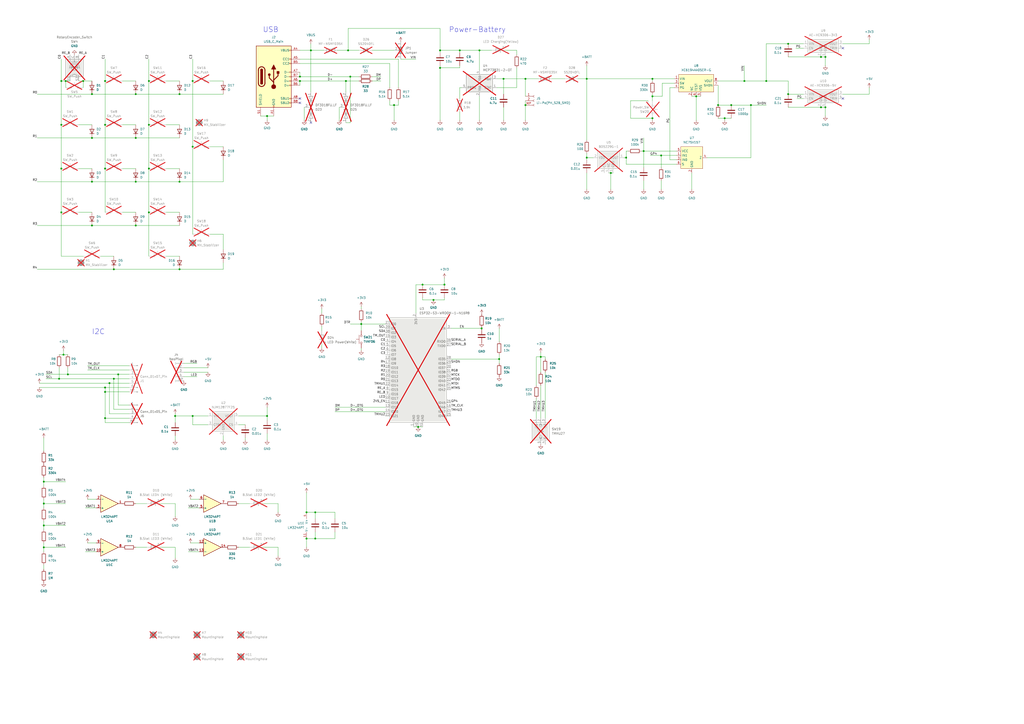
<source format=kicad_sch>
(kicad_sch (version 20231120) (generator "eeschema") (generator_version "8.0")
  (paper "A2")
  (junction (at 245.11 165.1))
  (junction (at 78.74 54.61))
  (junction (at 177.8 297.18))
  (junction (at 180.34 29.21))
  (junction (at 416.56 60.96))
  (junction (at 104.14 156.21))
  (junction (at 255.27 29.21))
  (junction (at 279.4 190.5))
  (junction (at 104.14 105.41))
  (junction (at 173.99 46.99))
  (junction (at 60.96 46.99))
  (junction (at 383.54 90.17))
  (junction (at 111.76 46.99))
  (junction (at 201.93 29.21))
  (junction (at 78.74 105.41))
  (junction (at 478.79 33.02))
  (junction (at 101.6 241.3))
  (junction (at 25.4 292.1))
  (junction (at 200.66 46.99))
  (junction (at 48.26 46.99))
  (junction (at 53.34 80.01))
  (junction (at 378.46 68.58))
  (junction (at 373.38 87.63))
  (junction (at 209.55 187.96))
  (junction (at 35.56 97.79))
  (junction (at 313.69 207.01))
  (junction (at 86.36 97.79))
  (junction (at 476.25 62.23))
  (junction (at 86.36 72.39))
  (junction (at 363.22 91.44))
  (junction (at 203.2 44.45))
  (junction (at 53.34 105.41))
  (junction (at 340.36 91.44))
  (junction (at 154.94 67.31))
  (junction (at 266.7 29.21))
  (junction (at 304.8 60.96))
  (junction (at 378.46 45.72))
  (junction (at 25.4 317.5))
  (junction (at 289.56 208.28))
  (junction (at 35.56 46.99))
  (junction (at 25.4 279.4))
  (junction (at 173.99 44.45))
  (junction (at 60.96 227.33))
  (junction (at 304.8 45.72))
  (junction (at 86.36 46.99))
  (junction (at 35.56 72.39))
  (junction (at 457.2 25.4))
  (junction (at 53.34 130.81))
  (junction (at 182.88 297.18))
  (junction (at 86.36 123.19))
  (junction (at 36.83 205.74))
  (junction (at 378.46 55.88))
  (junction (at 66.04 156.21))
  (junction (at 255.27 39.37))
  (junction (at 435.61 60.96))
  (junction (at 424.18 60.96))
  (junction (at 228.6 60.96))
  (junction (at 242.57 247.65))
  (junction (at 257.81 165.1))
  (junction (at 60.96 224.79))
  (junction (at 431.8 46.99))
  (junction (at 66.04 219.71))
  (junction (at 60.96 242.57))
  (junction (at 68.58 217.17))
  (junction (at 403.86 55.88))
  (junction (at 78.74 130.81))
  (junction (at 39.37 217.17))
  (junction (at 60.96 72.39))
  (junction (at 111.76 241.3))
  (junction (at 38.1 46.99))
  (junction (at 182.88 312.42))
  (junction (at 154.94 241.3))
  (junction (at 177.8 312.42))
  (junction (at 457.2 54.61))
  (junction (at 478.79 62.23))
  (junction (at 104.14 54.61))
  (junction (at 60.96 97.79))
  (junction (at 278.13 29.21))
  (junction (at 25.4 304.8))
  (junction (at 78.74 80.01))
  (junction (at 35.56 123.19))
  (junction (at 111.76 85.09))
  (junction (at 476.25 33.02))
  (junction (at 63.5 222.25))
  (junction (at 354.33 100.33))
  (junction (at 251.46 173.99))
  (junction (at 292.1 45.72))
  (junction (at 420.37 68.58))
  (junction (at 444.5 46.99))
  (junction (at 53.34 54.61))
  (junction (at 340.36 45.72))
  (junction (at 34.29 219.71))
  (no_connect (at 173.99 57.15))
  (no_connect (at 173.99 59.69))
  (no_connect (at 488.95 57.15))
  (no_connect (at 488.95 27.94))
  (no_connect (at 180.34 71.12))
  (wire (pts (xy 316.23 215.9) (xy 316.23 242.57)))
  (wire (pts (xy 101.6 255.27) (xy 101.6 252.73)))
  (wire (pts (xy 504.19 25.4) (xy 488.95 25.4)))
  (wire (pts (xy 48.26 148.59) (xy 35.56 148.59)))
  (wire (pts (xy 111.76 46.99) (xy 111.76 85.09)))
  (wire (pts (xy 201.93 16.51) (xy 201.93 29.21)))
  (wire (pts (xy 173.99 46.99) (xy 173.99 49.53)))
  (wire (pts (xy 340.36 100.33) (xy 340.36 109.855)))
  (wire (pts (xy 138.43 241.3) (xy 154.94 241.3)))
  (wire (pts (xy 101.6 241.3) (xy 111.76 241.3)))
  (wire (pts (xy 96.52 123.19) (xy 104.14 123.19)))
  (wire (pts (xy 203.2 44.45) (xy 203.2 71.12)))
  (wire (pts (xy 378.46 46.99) (xy 378.46 45.72)))
  (wire (pts (xy 63.5 240.03) (xy 63.5 222.25)))
  (wire (pts (xy 34.29 213.36) (xy 34.29 219.71)))
  (wire (pts (xy 111.76 241.3) (xy 120.65 241.3)))
  (wire (pts (xy 114.3 210.82) (xy 106.68 210.82)))
  (wire (pts (xy 241.3 165.1) (xy 241.3 181.61)))
  (wire (pts (xy 364.49 87.63) (xy 363.22 87.63)))
  (wire (pts (xy 289.56 208.28) (xy 289.56 210.82)))
  (wire (pts (xy 457.2 33.02) (xy 476.25 33.02)))
  (wire (pts (xy 142.24 255.27) (xy 142.24 254)))
  (wire (pts (xy 78.74 80.01) (xy 104.14 80.01)))
  (wire (pts (xy 144.78 292.1) (xy 138.43 292.1)))
  (wire (pts (xy 121.92 135.89) (xy 129.54 135.89)))
  (wire (pts (xy 53.34 105.41) (xy 78.74 105.41)))
  (wire (pts (xy 266.7 57.15) (xy 266.7 50.8)))
  (wire (pts (xy 378.46 55.88) (xy 378.46 54.61)))
  (wire (pts (xy 457.2 54.61) (xy 466.09 54.61)))
  (wire (pts (xy 180.34 25.4) (xy 180.34 29.21)))
  (wire (pts (xy 35.56 148.59) (xy 35.56 123.19)))
  (wire (pts (xy 53.34 80.01) (xy 78.74 80.01)))
  (wire (pts (xy 435.61 60.96) (xy 435.61 91.44)))
  (wire (pts (xy 226.06 50.8) (xy 226.06 36.83)))
  (wire (pts (xy 226.06 60.96) (xy 226.06 58.42)))
  (wire (pts (xy 104.14 54.61) (xy 129.54 54.61)))
  (wire (pts (xy 39.37 217.17) (xy 68.58 217.17)))
  (wire (pts (xy 504.19 50.8) (xy 504.19 54.61)))
  (wire (pts (xy 154.94 243.84) (xy 154.94 241.3)))
  (wire (pts (xy 121.92 85.09) (xy 129.54 85.09)))
  (wire (pts (xy 173.99 41.91) (xy 173.99 44.45)))
  (wire (pts (xy 26.67 219.71) (xy 34.29 219.71)))
  (wire (pts (xy 21.59 105.41) (xy 53.34 105.41)))
  (wire (pts (xy 154.94 69.85) (xy 154.94 67.31)))
  (wire (pts (xy 228.6 60.96) (xy 226.06 60.96)))
  (wire (pts (xy 60.96 227.33) (xy 74.93 227.33)))
  (wire (pts (xy 85.09 292.1) (xy 78.74 292.1)))
  (wire (pts (xy 200.66 46.99) (xy 200.66 53.34)))
  (wire (pts (xy 78.74 54.61) (xy 104.14 54.61)))
  (wire (pts (xy 195.58 29.21) (xy 201.93 29.21)))
  (wire (pts (xy 66.04 219.71) (xy 66.04 237.49)))
  (wire (pts (xy 311.15 223.52) (xy 311.15 207.01)))
  (wire (pts (xy 201.93 29.21) (xy 208.28 29.21)))
  (wire (pts (xy 86.36 123.19) (xy 86.36 148.59)))
  (wire (pts (xy 129.54 255.27) (xy 129.54 252.73)))
  (wire (pts (xy 279.4 189.865) (xy 279.4 190.5)))
  (wire (pts (xy 424.18 60.96) (xy 435.61 60.96)))
  (wire (pts (xy 444.5 46.99) (xy 457.2 46.99)))
  (wire (pts (xy 25.4 254) (xy 25.4 261.62)))
  (wire (pts (xy 340.36 88.9) (xy 340.36 91.44)))
  (wire (pts (xy 375.92 58.42) (xy 365.76 58.42)))
  (wire (pts (xy 466.09 27.94) (xy 461.645 27.94)))
  (wire (pts (xy 257.81 161.29) (xy 257.81 165.1)))
  (wire (pts (xy 209.55 187.96) (xy 209.55 191.77)))
  (wire (pts (xy 363.22 95.25) (xy 392.43 95.25)))
  (wire (pts (xy 266.7 69.85) (xy 266.7 64.77)))
  (wire (pts (xy 177.8 297.18) (xy 182.88 297.18)))
  (wire (pts (xy 457.2 25.4) (xy 444.5 25.4)))
  (wire (pts (xy 66.04 219.71) (xy 74.93 219.71)))
  (wire (pts (xy 101.6 292.1) (xy 92.71 292.1)))
  (wire (pts (xy 373.38 104.775) (xy 373.38 109.855)))
  (wire (pts (xy 209.55 187.96) (xy 223.52 187.96)))
  (wire (pts (xy 194.31 297.18) (xy 182.88 297.18)))
  (wire (pts (xy 401.32 100.33) (xy 401.32 109.855)))
  (wire (pts (xy 209.55 177.8) (xy 209.55 179.07)))
  (wire (pts (xy 36.83 205.74) (xy 36.83 203.2)))
  (wire (pts (xy 363.22 91.44) (xy 363.22 95.25)))
  (wire (pts (xy 74.93 237.49) (xy 66.04 237.49)))
  (wire (pts (xy 372.11 87.63) (xy 373.38 87.63)))
  (wire (pts (xy 21.59 156.21) (xy 66.04 156.21)))
  (wire (pts (xy 154.94 255.27) (xy 154.94 251.46)))
  (wire (pts (xy 68.58 234.95) (xy 68.58 217.17)))
  (wire (pts (xy 403.86 69.85) (xy 403.86 55.88)))
  (wire (pts (xy 104.14 156.21) (xy 129.54 156.21)))
  (wire (pts (xy 194.31 238.76) (xy 223.52 238.76)))
  (wire (pts (xy 25.4 292.1) (xy 25.4 294.64)))
  (wire (pts (xy 457.2 25.4) (xy 466.09 25.4)))
  (wire (pts (xy 416.56 68.58) (xy 420.37 68.58)))
  (wire (pts (xy 86.36 46.99) (xy 86.36 72.39)))
  (wire (pts (xy 49.53 294.64) (xy 55.88 294.64)))
  (wire (pts (xy 478.79 67.31) (xy 478.79 62.23)))
  (wire (pts (xy 299.72 39.37) (xy 299.72 50.8)))
  (wire (pts (xy 365.76 68.58) (xy 378.46 68.58)))
  (wire (pts (xy 383.54 90.17) (xy 383.54 97.155)))
  (wire (pts (xy 383.54 104.775) (xy 383.54 109.855)))
  (wire (pts (xy 92.71 317.5) (xy 101.6 317.5)))
  (wire (pts (xy 110.49 314.96) (xy 115.57 314.96)))
  (wire (pts (xy 74.93 234.95) (xy 68.58 234.95)))
  (wire (pts (xy 111.76 85.09) (xy 111.76 135.89)))
  (wire (pts (xy 401.32 55.88) (xy 403.86 55.88)))
  (wire (pts (xy 304.8 60.96) (xy 304.8 69.85)))
  (wire (pts (xy 161.29 297.18) (xy 161.29 292.1)))
  (wire (pts (xy 35.56 97.79) (xy 35.56 123.19)))
  (wire (pts (xy 114.3 218.44) (xy 106.68 218.44)))
  (wire (pts (xy 177.8 312.42) (xy 182.88 312.42)))
  (wire (pts (xy 457.2 62.23) (xy 476.25 62.23)))
  (wire (pts (xy 384.175 48.26) (xy 384.175 55.88)))
  (wire (pts (xy 154.94 67.31) (xy 158.75 67.31)))
  (wire (pts (xy 60.96 72.39) (xy 60.96 97.79)))
  (wire (pts (xy 25.4 302.26) (xy 25.4 304.8)))
  (wire (pts (xy 45.72 46.99) (xy 48.26 46.99)))
  (wire (pts (xy 96.52 46.99) (xy 104.14 46.99)))
  (wire (pts (xy 488.95 54.61) (xy 504.19 54.61)))
  (wire (pts (xy 101.6 245.11) (xy 101.6 241.3)))
  (wire (pts (xy 435.61 60.96) (xy 444.5 60.96)))
  (wire (pts (xy 245.11 173.99) (xy 251.46 173.99)))
  (wire (pts (xy 194.31 300.99) (xy 194.31 297.18)))
  (wire (pts (xy 203.2 187.96) (xy 209.55 187.96)))
  (wire (pts (xy 173.99 44.45) (xy 203.2 44.45)))
  (wire (pts (xy 60.96 97.79) (xy 60.96 123.19)))
  (wire (pts (xy 39.37 205.74) (xy 36.83 205.74)))
  (wire (pts (xy 313.69 207.01) (xy 316.23 207.01)))
  (wire (pts (xy 266.7 29.21) (xy 278.13 29.21)))
  (wire (pts (xy 53.34 54.61) (xy 78.74 54.61)))
  (wire (pts (xy 68.58 217.17) (xy 74.93 217.17)))
  (wire (pts (xy 431.8 46.99) (xy 444.5 46.99)))
  (wire (pts (xy 152.4 317.5) (xy 161.29 317.5)))
  (wire (pts (xy 304.8 45.72) (xy 304.8 55.88)))
  (wire (pts (xy 228.6 29.21) (xy 215.9 29.21)))
  (wire (pts (xy 96.52 72.39) (xy 104.14 72.39)))
  (wire (pts (xy 129.54 135.89) (xy 129.54 144.78)))
  (wire (pts (xy 220.98 46.99) (xy 215.9 46.99)))
  (wire (pts (xy 25.4 314.96) (xy 25.4 317.5)))
  (wire (pts (xy 50.8 289.56) (xy 55.88 289.56)))
  (wire (pts (xy 25.4 276.86) (xy 25.4 279.4)))
  (wire (pts (xy 220.98 44.45) (xy 215.9 44.45)))
  (wire (pts (xy 420.37 69.85) (xy 420.37 68.58)))
  (wire (pts (xy 194.31 236.22) (xy 223.52 236.22)))
  (wire (pts (xy 129.54 152.4) (xy 129.54 156.21)))
  (wire (pts (xy 316.23 208.28) (xy 316.23 207.01)))
  (wire (pts (xy 144.78 317.5) (xy 138.43 317.5)))
  (wire (pts (xy 111.76 246.38) (xy 120.65 246.38)))
  (wire (pts (xy 462.28 57.15) (xy 466.09 57.15)))
  (wire (pts (xy 38.1 279.4) (xy 25.4 279.4)))
  (wire (pts (xy 255.27 30.48) (xy 255.27 29.21)))
  (wire (pts (xy 34.29 205.74) (xy 36.83 205.74)))
  (wire (pts (xy 335.28 45.72) (xy 340.36 45.72)))
  (wire (pts (xy 251.46 173.99) (xy 257.81 173.99)))
  (wire (pts (xy 34.29 219.71) (xy 66.04 219.71)))
  (wire (pts (xy 231.14 60.96) (xy 231.14 58.42)))
  (wire (pts (xy 161.29 322.58) (xy 161.29 317.5)))
  (wire (pts (xy 304.8 45.72) (xy 312.42 45.72)))
  (wire (pts (xy 25.4 327.66) (xy 25.4 330.2)))
  (wire (pts (xy 416.56 46.99) (xy 431.8 46.99)))
  (wire (pts (xy 194.31 308.61) (xy 194.31 312.42)))
  (wire (pts (xy 120.65 215.9) (xy 106.68 215.9)))
  (wire (pts (xy 373.38 87.63) (xy 392.43 87.63)))
  (wire (pts (xy 431.8 38.1) (xy 431.8 46.99)))
  (wire (pts (xy 96.52 97.79) (xy 104.14 97.79)))
  (wire (pts (xy 340.36 91.44) (xy 344.17 91.44)))
  (wire (pts (xy 378.46 58.42) (xy 378.46 55.88)))
  (wire (pts (xy 444.5 25.4) (xy 444.5 46.99)))
  (wire (pts (xy 101.6 292.1) (xy 101.6 299.72)))
  (wire (pts (xy 311.15 207.01) (xy 313.69 207.01)))
  (wire (pts (xy 420.37 68.58) (xy 424.18 68.58)))
  (wire (pts (xy 311.15 231.14) (xy 311.15 242.57)))
  (wire (pts (xy 177.8 317.5) (xy 177.8 312.42)))
  (wire (pts (xy 71.12 97.79) (xy 78.74 97.79)))
  (wire (pts (xy 391.16 50.8) (xy 388.62 50.8)))
  (wire (pts (xy 261.62 190.5) (xy 279.4 190.5)))
  (wire (pts (xy 120.65 213.36) (xy 106.68 213.36)))
  (wire (pts (xy 74.93 242.57) (xy 60.96 242.57)))
  (wire (pts (xy 49.53 320.04) (xy 55.88 320.04)))
  (wire (pts (xy 22.86 224.79) (xy 60.96 224.79)))
  (wire (pts (xy 104.14 105.41) (xy 129.54 105.41)))
  (wire (pts (xy 38.1 46.99) (xy 40.64 46.99)))
  (wire (pts (xy 39.37 213.36) (xy 39.37 217.17)))
  (wire (pts (xy 60.96 224.79) (xy 60.96 227.33)))
  (wire (pts (xy 22.86 222.25) (xy 63.5 222.25)))
  (wire (pts (xy 186.69 179.07) (xy 186.69 181.61)))
  (wire (pts (xy 60.96 34.29) (xy 60.96 46.99)))
  (wire (pts (xy 266.7 30.48) (xy 266.7 29.21)))
  (wire (pts (xy 373.38 87.63) (xy 373.38 97.155)))
  (wire (pts (xy 278.13 29.21) (xy 278.13 40.64)))
  (wire (pts (xy 278.13 55.88) (xy 278.13 69.85)))
  (wire (pts (xy 476.25 33.02) (xy 478.79 33.02)))
  (wire (pts (xy 292.735 29.21) (xy 299.72 29.21)))
  (wire (pts (xy 60.96 46.99) (xy 60.96 72.39)))
  (wire (pts (xy 154.94 67.31) (xy 151.13 67.31)))
  (wire (pts (xy 86.36 97.79) (xy 86.36 123.19)))
  (wire (pts (xy 457.2 46.99) (xy 457.2 54.61)))
  (wire (pts (xy 96.52 148.59) (xy 104.14 148.59)))
  (wire (pts (xy 289.56 205.74) (xy 289.56 208.28)))
  (wire (pts (xy 26.67 217.17) (xy 39.37 217.17)))
  (wire (pts (xy 289.56 190.5) (xy 289.56 198.12)))
  (wire (pts (xy 25.4 304.8) (xy 25.4 307.34)))
  (wire (pts (xy 71.12 46.99) (xy 78.74 46.99)))
  (wire (pts (xy 200.66 46.99) (xy 208.28 46.99)))
  (wire (pts (xy 203.2 44.45) (xy 208.28 44.45)))
  (wire (pts (xy 173.99 34.29) (xy 231.14 34.29)))
  (wire (pts (xy 48.26 46.99) (xy 53.34 46.99)))
  (wire (pts (xy 35.56 46.99) (xy 35.56 72.39)))
  (wire (pts (xy 109.22 320.04) (xy 115.57 320.04)))
  (wire (pts (xy 85.09 317.5) (xy 78.74 317.5)))
  (wire (pts (xy 313.69 207.01) (xy 313.69 204.47)))
  (wire (pts (xy 86.36 34.29) (xy 86.36 46.99)))
  (wire (pts (xy 292.1 45.72) (xy 304.8 45.72)))
  (wire (pts (xy 177.8 285.75) (xy 177.8 297.18)))
  (wire (pts (xy 245.11 165.1) (xy 257.81 165.1)))
  (wire (pts (xy 240.03 247.65) (xy 242.57 247.65)))
  (wire (pts (xy 25.4 279.4) (xy 25.4 281.94)))
  (wire (pts (xy 109.22 294.64) (xy 115.57 294.64)))
  (wire (pts (xy 261.62 208.28) (xy 289.56 208.28)))
  (wire (pts (xy 388.62 50.8) (xy 388.62 92.71)))
  (wire (pts (xy 299.72 29.21) (xy 299.72 31.75)))
  (wire (pts (xy 38.1 304.8) (xy 25.4 304.8)))
  (wire (pts (xy 257.81 173.99) (xy 257.81 172.72)))
  (wire (pts (xy 313.69 223.52) (xy 313.69 242.57)))
  (wire (pts (xy 129.54 105.41) (xy 129.54 92.71)))
  (wire (pts (xy 53.34 130.81) (xy 78.74 130.81)))
  (wire (pts (xy 363.22 91.44) (xy 361.95 91.44)))
  (wire (pts (xy 383.54 90.17) (xy 392.43 90.17)))
  (wire (pts (xy 186.69 191.77) (xy 186.69 189.23)))
  (wire (pts (xy 378.46 45.72) (xy 391.16 45.72)))
  (wire (pts (xy 363.22 87.63) (xy 363.22 91.44)))
  (wire (pts (xy 50.8 314.96) (xy 55.88 314.96)))
  (wire (pts (xy 476.25 62.23) (xy 478.79 62.23)))
  (wire (pts (xy 320.04 45.72) (xy 327.66 45.72)))
  (wire (pts (xy 384.175 55.88) (xy 378.46 55.88)))
  (wire (pts (xy 35.56 46.99) (xy 38.1 46.99)))
  (wire (pts (xy 78.74 105.41) (xy 104.14 105.41)))
  (wire (pts (xy 45.72 72.39) (xy 53.34 72.39)))
  (wire (pts (xy 182.88 308.61) (xy 182.88 312.42)))
  (wire (pts (xy 101.6 240.03) (xy 101.6 241.3)))
  (wire (pts (xy 378.46 69.85) (xy 378.46 68.58)))
  (wire (pts (xy 228.6 60.96) (xy 228.6 69.85)))
  (wire (pts (xy 292.1 69.85) (xy 292.1 62.23)))
  (wire (pts (xy 504.19 22.86) (xy 504.19 25.4)))
  (wire (pts (xy 209.55 186.69) (xy 209.55 187.96)))
  (wire (pts (xy 340.36 38.1) (xy 340.36 45.72)))
  (wire (pts (xy 354.33 100.33) (xy 354.33 109.855)))
  (wire (pts (xy 121.92 46.99) (xy 129.54 46.99)))
  (wire (pts (xy 313.69 215.9) (xy 313.69 207.01)))
  (wire (pts (xy 25.4 289.56) (xy 25.4 292.1)))
  (wire (pts (xy 71.12 123.19) (xy 78.74 123.19)))
  (wire (pts (xy 231.14 34.29) (xy 231.14 50.8)))
  (wire (pts (xy 340.36 45.72) (xy 378.46 45.72)))
  (wire (pts (xy 58.42 148.59) (xy 66.04 148.59)))
  (wire (pts (xy 388.62 92.71) (xy 392.43 92.71)))
  (wire (pts (xy 38.1 292.1) (xy 25.4 292.1)))
  (wire (pts (xy 255.27 69.85) (xy 255.27 39.37)))
  (wire (pts (xy 50.8 214.63) (xy 74.93 214.63)))
  (wire (pts (xy 86.36 72.39) (xy 86.36 97.79)))
  (wire (pts (xy 154.94 236.22) (xy 154.94 241.3)))
  (wire (pts (xy 173.99 46.99) (xy 200.66 46.99)))
  (wire (pts (xy 74.93 245.11) (xy 60.96 245.11)))
  (wire (pts (xy 292.1 54.61) (xy 292.1 45.72)))
  (wire (pts (xy 35.56 72.39) (xy 35.56 97.79)))
  (wire (pts (xy 365.76 58.42) (xy 365.76 68.58)))
  (wire (pts (xy 66.04 156.21) (xy 104.14 156.21)))
  (wire (pts (xy 377.19 90.17) (xy 383.54 90.17)))
  (wire (pts (xy 111.76 241.3) (xy 111.76 246.38)))
  (wire (pts (xy 182.88 297.18) (xy 182.88 300.99)))
  (wire (pts (xy 38.1 50.8) (xy 38.1 46.99)))
  (wire (pts (xy 255.27 39.37) (xy 266.7 39.37)))
  (wire (pts (xy 373.38 80.01) (xy 373.38 87.63)))
  (wire (pts (xy 50.8 212.09) (xy 74.93 212.09)))
  (wire (pts (xy 110.49 289.56) (xy 115.57 289.56)))
  (wire (pts (xy 101.6 323.85) (xy 101.6 317.5)))
  (wire (pts (xy 255.27 39.37) (xy 255.27 38.1)))
  (wire (pts (xy 182.88 312.42) (xy 194.31 312.42)))
  (wire (pts (xy 354.33 100.33) (xy 355.6 100.33)))
  (wire (pts (xy 278.13 29.21) (xy 285.115 29.21)))
  (wire (pts (xy 35.56 34.29) (xy 35.56 46.99)))
  (wire (pts (xy 231.14 60.96) (xy 228.6 60.96)))
  (wire (pts (xy 21.59 54.61) (xy 53.34 54.61)))
  (wire (pts (xy 74.93 240.03) (xy 63.5 240.03)))
  (wire (pts (xy 25.4 317.5) (xy 25.4 320.04)))
  (wire (pts (xy 416.56 60.96) (xy 424.18 60.96)))
  (wire (pts (xy 255.27 16.51) (xy 255.27 29.21)))
  (wire (pts (xy 245.11 165.1) (xy 241.3 165.1)))
  (wire (pts (xy 201.93 16.51) (xy 255.27 16.51)))
  (wire (pts (xy 60.96 242.57) (xy 60.96 245.11)))
  (wire (pts (xy 63.5 222.25) (xy 74.93 222.25)))
  (wire (pts (xy 245.11 172.72) (xy 245.11 173.99)))
  (wire (pts (xy 241.3 34.29) (xy 232.41 34.29)))
  (wire (pts (xy 299.72 50.8) (xy 288.29 50.8)))
  (wire (pts (xy 180.34 29.21) (xy 187.96 29.21)))
  (wire (pts (xy 266.7 39.37) (xy 266.7 38.1)))
  (wire (pts (xy 111.76 34.29) (xy 111.76 46.99)))
  (wire (pts (xy 196.85 69.85) (xy 196.85 62.23)))
  (wire (pts (xy 340.36 45.72) (xy 340.36 81.28)))
  (wire (pts (xy 45.72 97.79) (xy 53.34 97.79)))
  (wire (pts (xy 38.1 317.5) (xy 25.4 317.5)))
  (wire (pts (xy 478.79 38.1) (xy 478.79 33.02)))
  (wire (pts (xy 71.12 72.39) (xy 78.74 72.39)))
  (wire (pts (xy 60.96 227.33) (xy 60.96 242.57)))
  (wire (pts (xy 21.59 80.01) (xy 53.34 80.01)))
  (wire (pts (xy 353.06 100.33) (xy 354.33 100.33)))
  (wire (pts (xy 142.24 246.38) (xy 138.43 246.38)))
  (wire (pts (xy 209.55 201.93) (xy 209.55 203.2)))
  (wire (pts (xy 279.4 191.135) (xy 279.4 190.5)))
  (wire (pts (xy 304.8 58.42) (xy 304.8 60.96)))
  (wire (pts (xy 391.16 48.26) (xy 384.175 48.26)))
  (wire (pts (xy 176.53 69.85) (xy 176.53 62.23)))
  (wire (pts (xy 186.69 199.39) (xy 186.69 201.93)))
  (wire (pts (xy 416.56 49.53) (xy 416.56 60.96)))
  (wire (pts (xy 255.27 29.21) (xy 266.7 29.21)))
  (wire (pts (xy 78.74 130.81) (xy 104.14 130.81)))
  (wire (pts (xy 435.61 91.44) (xy 410.21 91.44)))
  (wire (pts (xy 173.99 29.21) (xy 180.34 29.21)))
  (wire (pts (xy 403.86 55.88) (xy 406.4 55.88)))
  (wire (pts (xy 203.2 71.12) (xy 200.66 71.12)))
  (wire (pts (xy 48.26 46.99) (xy 48.26 50.8)))
  (wire (pts (xy 266.7 50.8) (xy 267.97 50.8)))
  (wire (pts (xy 340.36 92.71) (xy 340.36 91.44)))
  (wire (pts (xy 45.72 123.19) (xy 53.34 123.19)))
  (wire (pts (xy 60.96 224.79) (xy 74.93 224.79)))
  (wire (pts (xy 152.4 292.1) (xy 161.29 292.1)))
  (wire (pts (xy 288.29 45.72) (xy 292.1 45.72)))
  (wire (pts (xy 21.59 130.81) (xy 53.34 130.81)))
  (wire (pts (xy 180.34 53.34) (xy 180.34 29.21)))
  (wire (pts (xy 173.99 36.83) (xy 226.06 36.83)))
  (wire (pts (xy 242.57 247.65) (xy 245.11 247.65)))
  (text "USB" (at 152.4 19.05 0) (effects (font (size 3 3)) (justify left bottom)))
  (text "I2C" (at 53.34 194.31 0) (effects (font (size 3 3)) (justify left bottom)))
  (text "Power-Battery" (at 260.35 19.05 0) (effects (font (size 3 3)) (justify left bottom)))
  (label "RGB" (at 114.3 210.82 180))
  (label "TMHU1" (at 223.52 223.52 180))
  (label "TMHU2" (at 223.52 241.3 180))
  (label "TM_CLK" (at 50.8 214.63 0))
  (label "R4" (at 223.52 210.82 180))
  (label "VBAT1" (at 49.53 294.64 0))
  (label "VBAT2" (at 38.1 304.8 180))
  (label "RE_A" (at 45.72 31.75 0))
  (label "DTR" (at 203.2 187.96 180))
  (label "MTCK" (at 261.62 218.44 0))
  (label "DM" (at 194.31 236.22 0))
  (label "DM" (at 220.98 44.45 180))
  (label "VIN" (at 373.38 80.01 270))
  (label "D+" (at 193.04 46.99 180))
  (label "SDA" (at 26.67 217.17 0))
  (label "SERIAL_A" (at 261.62 198.12 0))
  (label "LED" (at 223.52 231.14 180))
  (label "SHDN" (at 444.5 60.96 180))
  (label "TM_CLK" (at 261.62 236.22 0))
  (label "TM_OUT" (at 223.52 195.58 180))
  (label "VIN" (at 241.3 34.29 180))
  (label "R0" (at 21.59 54.61 180))
  (label "R3" (at 223.52 213.36 180))
  (label "VBAT4" (at 38.1 279.4 180))
  (label "SDA" (at 223.52 193.04 180))
  (label "2V5_EN" (at 223.52 233.68 180))
  (label "MTDI" (at 261.62 223.52 0))
  (label "R2" (at 223.52 215.9 180))
  (label "TMHU3" (at 316.23 238.76 90))
  (label "PG" (at 462.28 57.15 0))
  (label "C1" (at 60.96 34.29 90))
  (label "TMHU2" (at 313.69 238.76 90))
  (label "RE_B" (at 223.52 228.6 180))
  (label "R4" (at 21.59 156.21 180))
  (label "LED" (at 114.3 218.44 180))
  (label "VBAT4" (at 109.22 320.04 0))
  (label "C0" (at 35.56 34.29 90))
  (label "DP" (at 194.31 238.76 0))
  (label "D-_OTG" (at 203.2 236.22 0))
  (label "MTDO" (at 261.62 220.98 0))
  (label "C3" (at 111.76 34.29 90))
  (label "RGB" (at 261.62 215.9 0))
  (label "GP4" (at 377.19 90.17 0))
  (label "TMHU3" (at 261.62 238.76 0))
  (label "VBAT1" (at 38.1 317.5 180))
  (label "SCL" (at 223.52 190.5 180))
  (label "TM_OUT" (at 50.8 212.09 0))
  (label "MTMS" (at 261.62 226.06 0))
  (label "R3" (at 21.59 130.81 180))
  (label "TMHU1" (at 311.15 238.76 90))
  (label "C2" (at 223.52 203.2 180))
  (label "DP" (at 220.98 46.99 180))
  (label "SERIAL_B" (at 261.62 200.66 0))
  (label "VBAT3" (at 49.53 320.04 0))
  (label "R1" (at 223.52 218.44 180))
  (label "VBAT2" (at 109.22 294.64 0))
  (label "PG" (at 388.62 68.58 270))
  (label "C0" (at 223.52 198.12 180))
  (label "RE_B" (at 40.64 31.75 180))
  (label "VIN" (at 431.8 38.1 270))
  (label "PG" (at 461.645 27.94 0))
  (label "R2" (at 21.59 105.41 180))
  (label "SHDN" (at 261.62 210.82 0))
  (label "SCL" (at 26.67 219.71 0))
  (label "VBAT3" (at 38.1 292.1 180))
  (label "EN" (at 269.24 190.5 180))
  (label "D+_OTG" (at 203.2 238.76 0))
  (label "D-" (at 193.04 44.45 180))
  (label "GP4" (at 261.62 233.68 0))
  (label "C2" (at 86.36 34.29 90))
  (label "C1" (at 223.52 200.66 180))
  (label "R1" (at 21.59 80.01 180))
  (label "C3" (at 223.52 205.74 180))
  (label "RE_A" (at 223.52 226.06 180))
  (label "R0" (at 223.52 220.98 180))
  (symbol (lib_id "Device:R") (at 311.15 227.33 0) (mirror y) (unit 1)
    (property "Reference" "R23" (at 308.61 226.0599 0) (effects (justify left)))
    (property "Value" "10k" (at 308.61 228.5999 0) (effects (justify left)))
    (property "Footprint" "Resistor_SMD:R_0402_1005Metric" (effects (hide yes)))
    (property "Description" "Resistor" (effects (hide yes)))
    (property "LCSC" "C25744" (effects (hide yes)))
  )
  (symbol (lib_id "Device:D") (at 129.54 50.8 90) (unit 1)
    (property "Reference" "D17" (at 132.08 49.53 90) (effects (justify right)))
    (property "Value" "D" (at 132.08 52.07 90) (effects (justify right)))
    (property "Footprint" "Diode_SMD:D_SOD-123" (effects (hide yes)))
    (property "Description" "Diode" (effects (hide yes)))
    (property "Sim.Device" "D" (effects (hide yes)))
    (property "Sim.Pins" "1=K 2=A" (effects (hide yes)))
    (property "LCSC" "C81598" (effects (hide yes)))
  )
  (symbol (lib_id "Connector:USB_C_Receptacle_USB2.0") (at 158.75 44.45 0) (unit 1)
    (property "Reference" "J2" (at 158.75 21.59 0))
    (property "Value" "USB_C_Main" (at 158.75 24.13 0))
    (property "Footprint" "Connector_USB:USB_C_Receptacle_G-Switch_GT-USB-7010ASV" (effects (hide yes)))
    (property "Datasheet" "https://www.usb.org/sites/default/files/documents/usb_type-c.zip" (effects (hide yes)))
    (property "LCSC" "C2988369" (effects (hide yes)))
  )
  (symbol (lib_id "Device:R") (at 299.72 35.56 0) (unit 1)
    (property "Reference" "R22" (at 301.625 34.2899 0) (effects (justify left)))
    (property "Value" "470" (at 301.625 36.8299 0) (effects (justify left)))
    (property "Footprint" "Resistor_SMD:R_0402_1005Metric" (effects (hide yes)))
    (property "Description" "Resistor" (effects (hide yes)))
    (property "LCSC" "C25117" (effects (hide yes)))
  )
  (symbol (lib_id "power:GND") (at 313.69 257.81 0) (unit 1)
    (property "Reference" "#PWR042" (effects (hide yes)))
    (property "Value" "GND" (at 313.69 262.89 0))
    (property "Description" "Power symbol creates a global label with name \"GND\" , ground" (effects (hide yes)))
  )
  (symbol (lib_id "Device:R") (at 25.4 298.45 0) (unit 1)
    (property "Reference" "R4" (at 27.94 297.1799 0) (effects (justify left)))
    (property "Value" "100k" (at 27.94 299.7199 0) (effects (justify left)))
    (property "Footprint" "Resistor_SMD:R_0402_1005Metric" (effects (hide yes)))
    (property "Description" "Resistor" (effects (hide yes)))
    (property "LCSC" "C25741" (effects (hide yes)))
  )
  (symbol (lib_id "Device:C") (at 194.31 304.8 0) (unit 1)
    (property "Reference" "C5" (at 198.12 303.53 0) (effects (justify left)))
    (property "Value" "10u" (at 198.12 306.07 0) (effects (justify left)))
    (property "Footprint" "Capacitor_SMD:C_0805_2012Metric" (effects (hide yes)))
    (property "Description" "Unpolarized capacitor" (effects (hide yes)))
    (property "LCSC" "C440198" (effects (hide yes)))
  )
  (symbol (lib_id "power:+5V") (at 177.8 285.75 0) (unit 1)
    (property "Reference" "#PWR065" (effects (hide yes)))
    (property "Value" "+5V" (at 177.8 280.67 0))
    (property "Description" "Power symbol creates a global label with name \"+5V\"" (effects (hide yes)))
  )
  (symbol (lib_id "Device:R") (at 313.69 219.71 180) (unit 1)
    (property "Reference" "R24" (at 316.23 218.4399 0) (effects (justify right)))
    (property "Value" "10k" (at 316.23 220.9799 0) (effects (justify right)))
    (property "Footprint" "Resistor_SMD:R_0402_1005Metric" (effects (hide yes)))
    (property "Description" "Resistor" (effects (hide yes)))
    (property "LCSC" "C25744" (effects (hide yes)))
  )
  (symbol (lib_id "Calciumor:NC7SV157") (at 401.32 91.44 0) (unit 1)
    (property "Reference" "U7" (at 401.32 80.01 0))
    (property "Value" "NC7SV157" (at 401.32 82.55 0))
    (property "Footprint" "Package_TO_SOT_SMD:SOT-363_SC-70-6" (effects (hide yes)))
    (property "LCSC" "C184123" (effects (hide yes)))
  )
  (symbol (lib_id "power:+2V5") (at 154.94 236.22 0) (unit 1)
    (property "Reference" "#PWR016" (effects (hide yes)))
    (property "Value" "+2V5" (at 154.94 231.14 0))
    (property "Description" "Power symbol creates a global label with name \"+2V5\"" (effects (hide yes)))
  )
  (symbol (lib_id "Device:Polyfuse") (at 316.23 45.72 90) (unit 1) (dnp yes)
    (property "Reference" "F2" (at 316.23 39.37 90))
    (property "Value" "MF-NSMF035X" (at 316.23 41.91 90))
    (property "Footprint" "Calciumor:MF-NSMF" (effects (hide yes)))
    (property "Description" "Resettable fuse, polymeric positive temperature coefficient" (effects (hide yes)))
  )
  (symbol (lib_id "Switch:SW_Push") (at 91.44 123.19 0) (unit 1) (dnp yes)
    (property "Reference" "SW14" (at 91.44 115.57 0))
    (property "Value" "SW_Push" (at 91.44 118.11 0))
    (property "Footprint" "Calciumor:MX_Choc_Socket" (effects (hide yes)))
    (property "Description" "Push button switch, generic, two pins" (effects (hide yes)))
  )
  (symbol (lib_id "power:GND") (at 106.68 220.98 0) (unit 1)
    (property "Reference" "#PWR062" (effects (hide yes)))
    (property "Value" "GND" (at 106.68 226.06 0))
    (property "Description" "Power symbol creates a global label with name \"GND\" , ground" (effects (hide yes)))
  )
  (symbol (lib_id "power:GND") (at 289.56 218.44 0) (unit 1)
    (property "Reference" "#PWR038" (effects (hide yes)))
    (property "Value" "GND" (at 289.56 223.52 0))
    (property "Description" "Power symbol creates a global label with name \"GND\" , ground" (effects (hide yes)))
  )
  (symbol (lib_id "Switch:SW_Push") (at 91.44 97.79 0) (unit 1) (dnp yes)
    (property "Reference" "SW13" (at 91.44 90.17 0))
    (property "Value" "SW_Push" (at 91.44 92.71 0))
    (property "Footprint" "Calciumor:MX_Choc_Socket" (effects (hide yes)))
    (property "Description" "Push button switch, generic, two pins" (effects (hide yes)))
  )
  (symbol (lib_id "power:VBUS") (at 180.34 25.4 0) (unit 1)
    (property "Reference" "#PWR023" (effects (hide yes)))
    (property "Value" "VBUS" (at 180.34 20.32 0))
    (property "Description" "Power symbol creates a global label with name \"VBUS\"" (effects (hide yes)))
  )
  (symbol (lib_id "Calciumor:XC6194AA05ER-G") (at 403.86 48.26 0) (unit 1)
    (property "Reference" "U8" (at 403.86 38.1 0))
    (property "Value" "XC6194AA05ER-G" (at 403.86 40.64 0))
    (property "Footprint" "Calciumor:XC6194" (effects (hide yes)))
    (property "LCSC" "C18221112" (effects (hide yes)))
  )
  (symbol (lib_id "Switch:SW_Push") (at 66.04 72.39 0) (unit 1) (dnp yes)
    (property "Reference" "SW8" (at 66.04 64.77 0))
    (property "Value" "SW_Push" (at 66.04 67.31 0))
    (property "Footprint" "Calciumor:MX_Choc_Socket" (effects (hide yes)))
    (property "Description" "Push button switch, generic, two pins" (effects (hide yes)))
  )
  (symbol (lib_id "Switch:SW_Push") (at 40.64 97.79 0) (unit 1) (dnp yes)
    (property "Reference" "SW2" (at 40.64 90.17 0))
    (property "Value" "SW_Push" (at 40.64 92.71 0))
    (property "Footprint" "Calciumor:MX_Choc_Socket" (effects (hide yes)))
    (property "Description" "Push button switch, generic, two pins" (effects (hide yes)))
  )
  (symbol (lib_id "Device:D") (at 78.74 50.8 90) (unit 1)
    (property "Reference" "D6" (at 81.28 49.53 90) (effects (justify right)))
    (property "Value" "D" (at 81.28 52.07 90) (effects (justify right)))
    (property "Footprint" "Diode_SMD:D_SOD-123" (effects (hide yes)))
    (property "Description" "Diode" (effects (hide yes)))
    (property "Sim.Device" "D" (effects (hide yes)))
    (property "Sim.Pins" "1=K 2=A" (effects (hide yes)))
    (property "LCSC" "C81598" (effects (hide yes)))
  )
  (symbol (lib_id "Device:D") (at 53.34 101.6 90) (unit 1)
    (property "Reference" "D3" (at 55.88 100.33 90) (effects (justify right)))
    (property "Value" "D" (at 55.88 102.87 90) (effects (justify right)))
    (property "Footprint" "Diode_SMD:D_SOD-123" (effects (hide yes)))
    (property "Description" "Diode" (effects (hide yes)))
    (property "Sim.Device" "D" (effects (hide yes)))
    (property "Sim.Pins" "1=K 2=A" (effects (hide yes)))
    (property "LCSC" "C81598" (effects (hide yes)))
  )
  (symbol (lib_id "power:GND") (at 161.29 322.58 0) (unit 1)
    (property "Reference" "#PWR020" (effects (hide yes)))
    (property "Value" "GND" (at 161.29 327.66 0))
    (property "Description" "Power symbol creates a global label with name \"GND\" , ground" (effects (hide yes)))
  )
  (symbol (lib_id "Device:R") (at 378.46 50.8 0) (mirror y) (unit 1)
    (property "Reference" "R30" (at 375.92 49.53 0) (effects (justify left)))
    (property "Value" "330k" (at 375.92 52.07 0) (effects (justify left)))
    (property "Footprint" "Resistor_SMD:R_0603_1608Metric" (effects (hide yes)))
    (property "Description" "Resistor" (effects (hide yes)))
    (property "LCSC" "C23137" (effects (hide yes)))
  )
  (symbol (lib_id "Device:D_Schottky") (at 331.47 45.72 180) (unit 1) (dnp yes)
    (property "Reference" "D28" (at 331.7875 39.37 0))
    (property "Value" "SS2040FL" (at 331.7875 41.91 0))
    (property "Footprint" "Diode_SMD:D_SOD-123F" (effects (hide yes)))
    (property "Description" "Schottky diode" (effects (hide yes)))
  )
  (symbol (lib_id "Device:R") (at 212.09 46.99 90) (mirror x) (unit 1)
    (property "Reference" "R28" (at 212.09 50.165 90))
    (property "Value" "33" (at 212.09 52.705 90))
    (property "Footprint" "Resistor_SMD:R_0603_1608Metric" (effects (hide yes)))
    (property "Description" "Resistor" (effects (hide yes)))
    (property "LCSC" "C23140" (effects (hide yes)))
  )
  (symbol (lib_id "Device:C") (at 257.81 168.91 0) (unit 1)
    (property "Reference" "C8" (at 261.62 167.64 0) (effects (justify left)))
    (property "Value" "10u" (at 261.62 170.18 0) (effects (justify left)))
    (property "Footprint" "Capacitor_SMD:C_0805_2012Metric" (effects (hide yes)))
    (property "Description" "Unpolarized capacitor" (effects (hide yes)))
    (property "LCSC" "C440198" (effects (hide yes)))
  )
  (symbol (lib_id "power:GND") (at 251.46 173.99 0) (unit 1)
    (property "Reference" "#PWR030" (effects (hide yes)))
    (property "Value" "GND" (at 251.46 178.435 0))
    (property "Description" "Power symbol creates a global label with name \"GND\" , ground" (effects (hide yes)))
  )
  (symbol (lib_id "power:GND") (at 242.57 247.65 0) (unit 1)
    (property "Reference" "#PWR029" (effects (hide yes)))
    (property "Value" "GND" (at 242.57 252.73 0))
    (property "Description" "Power symbol creates a global label with name \"GND\" , ground" (effects (hide yes)))
  )
  (symbol (lib_id "Device:D") (at 53.34 76.2 90) (unit 1)
    (property "Reference" "D2" (at 55.88 74.93 90) (effects (justify right)))
    (property "Value" "D" (at 55.88 77.47 90) (effects (justify right)))
    (property "Footprint" "Diode_SMD:D_SOD-123" (effects (hide yes)))
    (property "Description" "Diode" (effects (hide yes)))
    (property "Sim.Device" "D" (effects (hide yes)))
    (property "Sim.Pins" "1=K 2=A" (effects (hide yes)))
    (property "LCSC" "C81598" (effects (hide yes)))
  )
  (symbol (lib_id "Device:R") (at 25.4 334.01 0) (unit 1)
    (property "Reference" "R7" (at 27.94 332.7399 0) (effects (justify left)))
    (property "Value" "1M" (at 27.94 335.2799 0) (effects (justify left)))
    (property "Footprint" "Resistor_SMD:R_0603_1608Metric" (effects (hide yes)))
    (property "Description" "Resistor" (effects (hide yes)))
    (property "LCSC" "C22935" (effects (hide yes)))
  )
  (symbol (lib_id "Device:C") (at 457.2 29.21 0) (mirror y) (unit 1)
    (property "Reference" "C18" (at 453.39 27.94 0) (effects (justify left)))
    (property "Value" "0.1u" (at 453.39 30.48 0) (effects (justify left)))
    (property "Footprint" "Capacitor_SMD:C_0402_1005Metric" (effects (hide yes)))
    (property "Description" "Unpolarized capacitor" (effects (hide yes)))
    (property "LCSC" "C307331" (effects (hide yes)))
  )
  (symbol (lib_id "power:+BATT") (at 101.6 240.03 0) (unit 1)
    (property "Reference" "#PWR063" (effects (hide yes)))
    (property "Value" "+BATT" (at 101.6 234.95 0))
    (property "Description" "Power symbol creates a global label with name \"+BATT\"" (effects (hide yes)))
  )
  (symbol (lib_id "Device:Polyfuse") (at 191.77 29.21 90) (unit 1) (dnp yes)
    (property "Reference" "F1" (at 191.77 22.86 90))
    (property "Value" "MF-NSMF035X" (at 191.77 25.4 90))
    (property "Footprint" "Calciumor:MF-NSMF" (effects (hide yes)))
    (property "Description" "Resettable fuse, polymeric positive temperature coefficient" (effects (hide yes)))
  )
  (symbol (lib_id "Device:R") (at 25.4 265.43 0) (unit 1)
    (property "Reference" "R1" (at 27.94 264.1599 0) (effects (justify left)))
    (property "Value" "33k" (at 27.94 266.6999 0) (effects (justify left)))
    (property "Footprint" "Resistor_SMD:R_0603_1608Metric" (effects (hide yes)))
    (property "Description" "Resistor" (effects (hide yes)))
    (property "LCSC" "C22967" (effects (hide yes)))
  )
  (symbol (lib_id "Switch:SW_Push") (at 40.64 72.39 0) (unit 1) (dnp yes)
    (property "Reference" "SW1" (at 40.64 64.77 0))
    (property "Value" "SW_Push" (at 40.64 67.31 0))
    (property "Footprint" "Calciumor:MX_Choc_Socket" (effects (hide yes)))
    (property "Description" "Push button switch, generic, two pins" (effects (hide yes)))
  )
  (symbol (lib_id "Connector:Conn_01x05_Socket") (at 101.6 215.9 0) (mirror y) (unit 1) (dnp yes)
    (property "Reference" "J4" (at 102.235 205.74 0))
    (property "Value" "NeoPixel" (at 102.235 208.28 0))
    (property "Footprint" "Connector_JST:JST_PH_S4B-PH-SM4-TB_1x04-1MP_P2.00mm_Horizontal" (effects (hide yes)))
    (property "Description" "Generic connector, single row, 01x05, script generated" (effects (hide yes)))
  )
  (symbol (lib_id "power:GND") (at 373.38 109.855 0) (unit 1)
    (property "Reference" "#PWR046" (effects (hide yes)))
    (property "Value" "GND" (at 373.38 114.935 0))
    (property "Description" "Power symbol creates a global label with name \"GND\" , ground" (effects (hide yes)))
  )
  (symbol (lib_id "Switch:SW_Push") (at 116.84 135.89 0) (unit 1) (dnp yes)
    (property "Reference" "SW18" (at 116.84 128.27 0))
    (property "Value" "SW_Push" (at 116.84 130.81 0))
    (property "Footprint" "Calciumor:MX_Choc_Socket" (effects (hide yes)))
    (property "Description" "Push button switch, generic, two pins" (effects (hide yes)))
  )
  (symbol (lib_id "power:+BATT") (at 340.36 38.1 0) (unit 1)
    (property "Reference" "#PWR027" (effects (hide yes)))
    (property "Value" "+BATT" (at 340.36 33.02 0))
    (property "Description" "Power symbol creates a global label with name \"+BATT\"" (effects (hide yes)))
  )
  (symbol (lib_id "Switch:SW_Push") (at 91.44 46.99 0) (unit 1) (dnp yes)
    (property "Reference" "SW11" (at 91.44 39.37 0))
    (property "Value" "SW_Push" (at 91.44 41.91 0))
    (property "Footprint" "Calciumor:MX_Choc_Socket" (effects (hide yes)))
    (property "Description" "Push button switch, generic, two pins" (effects (hide yes)))
  )
  (symbol (lib_id "Device:D") (at 53.34 127 90) (unit 1)
    (property "Reference" "D4" (at 55.88 125.73 90) (effects (justify right)))
    (property "Value" "D" (at 55.88 128.27 90) (effects (justify right)))
    (property "Footprint" "Diode_SMD:D_SOD-123" (effects (hide yes)))
    (property "Description" "Diode" (effects (hide yes)))
    (property "Sim.Device" "D" (effects (hide yes)))
    (property "Sim.Pins" "1=K 2=A" (effects (hide yes)))
    (property "LCSC" "C81598" (effects (hide yes)))
  )
  (symbol (lib_id "power:GND") (at 209.55 203.2 0) (unit 1)
    (property "Reference" "#PWR044" (effects (hide yes)))
    (property "Value" "GND" (at 209.55 208.28 0))
    (property "Description" "Power symbol creates a global label with name \"GND\" , ground" (effects (hide yes)))
  )
  (symbol (lib_id "Device:R") (at 289.56 201.93 0) (unit 1)
    (property "Reference" "R20" (at 292.1 200.6599 0) (effects (justify left)))
    (property "Value" "13k" (at 292.1 203.1999 0) (effects (justify left)))
    (property "Footprint" "Resistor_SMD:R_0603_1608Metric" (effects (hide yes)))
    (property "Description" "Resistor" (effects (hide yes)))
    (property "LCSC" "C22797" (effects (hide yes)))
  )
  (symbol (lib_id "Device:R") (at 25.4 323.85 0) (unit 1)
    (property "Reference" "R6" (at 27.94 322.5799 0) (effects (justify left)))
    (property "Value" "470k" (at 27.94 325.1199 0) (effects (justify left)))
    (property "Footprint" "Resistor_SMD:R_0603_1608Metric" (effects (hide yes)))
    (property "Description" "Resistor" (effects (hide yes)))
    (property "LCSC" "C23178" (effects (hide yes)))
  )
  (symbol (lib_id "Device:R") (at 25.4 285.75 0) (unit 1)
    (property "Reference" "R3" (at 27.94 284.4799 0) (effects (justify left)))
    (property "Value" "100k" (at 27.94 287.0199 0) (effects (justify left)))
    (property "Footprint" "Resistor_SMD:R_0402_1005Metric" (effects (hide yes)))
    (property "Description" "Resistor" (effects (hide yes)))
    (property "LCSC" "C25741" (effects (hide yes)))
  )
  (symbol (lib_id "power:GND") (at 142.24 255.27 0) (unit 1)
    (property "Reference" "#PWR015" (effects (hide yes)))
    (property "Value" "GND" (at 142.24 260.35 0))
    (property "Description" "Power symbol creates a global label with name \"GND\" , ground" (effects (hide yes)))
  )
  (symbol (lib_id "Mechanical:MountingHole") (at 139.7 368.3 0) (unit 1) (dnp yes)
    (property "Reference" "H10" (at 142.24 367.0299 0) (effects (justify left)))
    (property "Value" "MountingHole" (at 142.24 369.5699 0) (effects (justify left)))
    (property "Footprint" "MountingHole:MountingHole_2.2mm_M2" (effects (hide yes)))
    (property "Description" "Mounting Hole without connection" (effects (hide yes)))
  )
  (symbol (lib_id "power:GND") (at 340.36 109.855 0) (unit 1)
    (property "Reference" "#PWR043" (effects (hide yes)))
    (property "Value" "GND" (at 340.36 114.935 0))
    (property "Description" "Power symbol creates a global label with name \"GND\" , ground" (effects (hide yes)))
  )
  (symbol (lib_id "Mechanical:MountingHole") (at 88.9 368.3 0) (unit 1) (dnp yes)
    (property "Reference" "H4" (at 91.44 367.0299 0) (effects (justify left)))
    (property "Value" "MountingHole" (at 91.44 369.5699 0) (effects (justify left)))
    (property "Footprint" "MountingHole:MountingHole_2.2mm_M2" (effects (hide yes)))
    (property "Description" "Mounting Hole without connection" (effects (hide yes)))
  )
  (symbol (lib_id "power:+3V3") (at 504.19 22.86 0) (unit 1)
    (property "Reference" "#PWR058" (effects (hide yes)))
    (property "Value" "+3V3" (at 504.19 18.415 0))
    (property "Description" "Power symbol creates a global label with name \"+3V3\"" (effects (hide yes)))
  )
  (symbol (lib_id "Device:R") (at 25.4 311.15 0) (unit 1)
    (property "Reference" "R5" (at 27.94 309.8799 0) (effects (justify left)))
    (property "Value" "100k" (at 27.94 312.4199 0) (effects (justify left)))
    (property "Footprint" "Resistor_SMD:R_0402_1005Metric" (effects (hide yes)))
    (property "Description" "Resistor" (effects (hide yes)))
    (property "LCSC" "C25741" (effects (hide yes)))
  )
  (symbol (lib_id "Device:C") (at 292.1 58.42 0) (mirror y) (unit 1)
    (property "Reference" "C11" (at 288.29 57.15 0) (effects (justify left)))
    (property "Value" "4.7u" (at 288.29 59.69 0) (effects (justify left)))
    (property "Footprint" "Capacitor_SMD:C_0603_1608Metric" (effects (hide yes)))
    (property "Description" "Unpolarized capacitor" (effects (hide yes)))
    (property "LCSC" "C19666" (effects (hide yes)))
  )
  (symbol (lib_id "power:GND") (at 255.27 69.85 0) (unit 1)
    (property "Reference" "#PWR032" (effects (hide yes)))
    (property "Value" "GND" (at 255.27 74.93 0))
    (property "Description" "Power symbol creates a global label with name \"GND\" , ground" (effects (hide yes)))
  )
  (symbol (lib_id "Calciumor:NJM12877") (at 129.54 242.57 0) (unit 1) (dnp yes)
    (property "Reference" "U2" (at 129.54 233.68 0))
    (property "Value" "NJM12877F25" (at 129.54 236.22 0))
    (property "Footprint" "Package_TO_SOT_SMD:SOT-23-5" (effects (hide yes)))
  )
  (symbol (lib_id "power:GND") (at 383.54 109.855 0) (unit 1)
    (property "Reference" "#PWR050" (effects (hide yes)))
    (property "Value" "GND" (at 383.54 114.935 0))
    (property "Description" "Power symbol creates a global label with name \"GND\" , ground" (effects (hide yes)))
  )
  (symbol (lib_id "power:GND") (at 228.6 69.85 0) (unit 1)
    (property "Reference" "#PWR028" (effects (hide yes)))
    (property "Value" "GND" (at 228.6 74.93 0))
    (property "Description" "Power symbol creates a global label with name \"GND\" , ground" (effects (hide yes)))
  )
  (symbol (lib_id "Device:R") (at 134.62 317.5 90) (mirror x) (unit 1)
    (property "Reference" "R14" (at 134.62 323.85 90))
    (property "Value" "330" (at 134.62 321.31 90))
    (property "Footprint" "Resistor_SMD:R_0402_1005Metric" (effects (hide yes)))
    (property "Description" "Resistor" (effects (hide yes)))
    (property "LCSC" "C25104" (effects (hide yes)))
  )
  (symbol (lib_id "power:GND") (at 43.18 31.75 0) (mirror x) (unit 1)
    (property "Reference" "#PWR05" (effects (hide yes)))
    (property "Value" "GND" (at 43.18 26.67 0))
    (property "Description" "Power symbol creates a global label with name \"GND\" , ground" (effects (hide yes)))
  )
  (symbol (lib_id "Device:D") (at 104.14 152.4 270) (mirror x) (unit 1)
    (property "Reference" "D16" (at 101.6 151.13 90) (effects (justify right)))
    (property "Value" "D" (at 101.6 153.67 90) (effects (justify right)))
    (property "Footprint" "Diode_SMD:D_SOD-123" (effects (hide yes)))
    (property "Description" "Diode" (effects (hide yes)))
    (property "Sim.Device" "D" (effects (hide yes)))
    (property "Sim.Pins" "1=K 2=A" (effects (hide yes)))
    (property "LCSC" "C81598" (effects (hide yes)))
  )
  (symbol (lib_id "power:GND") (at 304.8 69.85 0) (unit 1)
    (property "Reference" "#PWR040" (effects (hide yes)))
    (property "Value" "GND" (at 304.8 74.93 0))
    (property "Description" "Power symbol creates a global label with name \"GND\" , ground" (effects (hide yes)))
  )
  (symbol (lib_name "MountingHole_1") (lib_id "Mechanical:MountingHole") (at 111.76 140.97 90) (unit 1) (exclude_from_sim yes) (in_bom no) (dnp yes)
    (property "Reference" "H6" (at 114.3 139.6999 90) (effects (justify right)))
    (property "Value" "MX_Stabilizer" (at 114.3 142.2399 90) (effects (justify right)))
    (property "Footprint" "PCM_Mounting_Keyboard_Stabilizer:Stabilizer_Cherry_MX_2.00u" (effects (hide yes)))
    (property "Description" "Mounting Hole without connection" (effects (hide yes)))
  )
  (symbol (lib_id "Connector:Conn_01x05_Pin") (at 80.01 240.03 0) (mirror y) (unit 1) (dnp yes)
    (property "Reference" "J6" (at 81.28 241.3001 0) (effects (justify right)))
    (property "Value" "Conn_01x05_Pin" (at 81.28 238.7601 0) (effects (justify right)))
    (property "Footprint" "Connector_JST:JST_PH_S4B-PH-SM4-TB_1x04-1MP_P2.00mm_Horizontal" (effects (hide yes)))
    (property "Description" "Generic connector, single row, 01x05, script generated" (effects (hide yes)))
  )
  (symbol (lib_id "power:GND") (at 22.86 224.79 0) (unit 1)
    (property "Reference" "#PWR02" (effects (hide yes)))
    (property "Value" "GND" (at 22.86 229.87 0))
    (property "Description" "Power symbol creates a global label with name \"GND\" , ground" (effects (hide yes)))
  )
  (symbol (lib_id "Device:R") (at 134.62 292.1 90) (unit 1)
    (property "Reference" "R13" (at 134.62 285.75 90))
    (property "Value" "1k" (at 134.62 288.29 90))
    (property "Footprint" "Resistor_SMD:R_0402_1005Metric" (effects (hide yes)))
    (property "Description" "Resistor" (effects (hide yes)))
    (property "LCSC" "C11702" (effects (hide yes)))
  )
  (symbol (lib_id "Switch:SW_Push") (at 91.44 148.59 0) (unit 1) (dnp yes)
    (property "Reference" "SW15" (at 91.44 140.97 0))
    (property "Value" "SW_Push" (at 91.44 143.51 0))
    (property "Footprint" "Calciumor:MX_Choc_Socket" (effects (hide yes)))
    (property "Description" "Push button switch, generic, two pins" (effects (hide yes)))
  )
  (symbol (lib_id "Device:C") (at 373.38 100.965 0) (mirror y) (unit 1)
    (property "Reference" "C15" (at 369.57 99.695 0) (effects (justify left)))
    (property "Value" "0.1u" (at 369.57 102.235 0) (effects (justify left)))
    (property "Footprint" "Capacitor_SMD:C_0402_1005Metric" (effects (hide yes)))
    (property "Description" "Unpolarized capacitor" (effects (hide yes)))
    (property "LCSC" "C307331" (effects (hide yes)))
  )
  (symbol (lib_id "Device:D_TVS_Dual_AAC") (at 200.66 62.23 270) (mirror x) (unit 1) (dnp yes)
    (property "Reference" "D25" (at 203.2 63.5001 90) (effects (justify left)))
    (property "Value" "DF3D18FU,LF" (at 203.2 60.9601 90) (effects (justify left)))
    (property "Footprint" "Package_TO_SOT_SMD:SOT-323_SC-70" (effects (hide yes)))
    (property "Description" "Bidirectional dual transient-voltage-suppression diode, center on pin 3" (effects (hide yes)))
  )
  (symbol (lib_id "power:GND") (at 478.79 67.31 0) (unit 1)
    (property "Reference" "#PWR08" (effects (hide yes)))
    (property "Value" "GND" (at 478.79 72.39 0))
    (property "Description" "Power symbol creates a global label with name \"GND\" , ground" (effects (hide yes)))
  )
  (symbol (lib_id "power:GND") (at 292.1 69.85 0) (unit 1)
    (property "Reference" "#PWR039" (effects (hide yes)))
    (property "Value" "GND" (at 292.1 74.93 0))
    (property "Description" "Power symbol creates a global label with name \"GND\" , ground" (effects (hide yes)))
  )
  (symbol (lib_id "Device:D") (at 78.74 101.6 90) (unit 1)
    (property "Reference" "D8" (at 81.28 100.33 90) (effects (justify right)))
    (property "Value" "D" (at 81.28 102.87 90) (effects (justify right)))
    (property "Footprint" "Diode_SMD:D_SOD-123" (effects (hide yes)))
    (property "Description" "Diode" (effects (hide yes)))
    (property "Sim.Device" "D" (effects (hide yes)))
    (property "Sim.Pins" "1=K 2=A" (effects (hide yes)))
    (property "LCSC" "C81598" (effects (hide yes)))
  )
  (symbol (lib_id "power:GND") (at 266.7 69.85 0) (unit 1)
    (property "Reference" "#PWR034" (effects (hide yes)))
    (property "Value" "GND" (at 266.7 74.93 0))
    (property "Description" "Power symbol creates a global label with name \"GND\" , ground" (effects (hide yes)))
  )
  (symbol (lib_id "Mechanical:MountingHole") (at 114.3 368.3 0) (unit 1) (dnp yes)
    (property "Reference" "H7" (at 116.84 367.0299 0) (effects (justify left)))
    (property "Value" "MountingHole" (at 116.84 369.5699 0) (effects (justify left)))
    (property "Footprint" "MountingHole:MountingHole_2.2mm_M2" (effects (hide yes)))
    (property "Description" "Mounting Hole without connection" (effects (hide yes)))
  )
  (symbol (lib_id "Device:D") (at 104.14 76.2 90) (unit 1)
    (property "Reference" "D13" (at 106.68 74.93 90) (effects (justify right)))
    (property "Value" "D" (at 106.68 77.47 90) (effects (justify right)))
    (property "Footprint" "Diode_SMD:D_SOD-123" (effects (hide yes)))
    (property "Description" "Diode" (effects (hide yes)))
    (property "Sim.Device" "D" (effects (hide yes)))
    (property "Sim.Pins" "1=K 2=A" (effects (hide yes)))
    (property "LCSC" "C81598" (effects (hide yes)))
  )
  (symbol (lib_id "Device:LED") (at 148.59 317.5 180) (unit 1) (dnp yes)
    (property "Reference" "D21" (at 150.1775 309.88 0))
    (property "Value" "B.Stat LED1 (White)" (at 150.1775 312.42 0))
    (property "Footprint" "LED_SMD:LED_0603_1608Metric" (effects (hide yes)))
    (property "Description" "Light emitting diode" (effects (hide yes)))
  )
  (symbol (lib_id "Device:C") (at 101.6 248.92 0) (mirror y) (unit 1)
    (property "Reference" "C1" (at 97.79 247.6499 0) (effects (justify left)))
    (property "Value" "0.1u" (at 97.79 250.1899 0) (effects (justify left)))
    (property "Footprint" "Capacitor_SMD:C_0402_1005Metric" (effects (hide yes)))
    (property "Description" "Unpolarized capacitor" (effects (hide yes)))
    (property "LCSC" "C307331" (effects (hide yes)))
  )
  (symbol (lib_id "Switch:SW_Push") (at 116.84 46.99 0) (unit 1) (dnp yes)
    (property "Reference" "SW16" (at 116.84 39.37 0))
    (property "Value" "SW_Push" (at 116.84 41.91 0))
    (property "Footprint" "Calciumor:MX_Choc_Socket" (effects (hide yes)))
    (property "Description" "Push button switch, generic, two pins" (effects (hide yes)))
  )
  (symbol (lib_id "Connector:Conn_01x07_Pin") (at 80.01 219.71 0) (mirror y) (unit 1) (dnp yes)
    (property "Reference" "J1" (at 81.28 220.9801 0) (effects (justify right)))
    (property "Value" "Conn_01x07_Pin" (at 81.28 218.4401 0) (effects (justify right)))
    (property "Footprint" "Connector_JST:JST_PH_S6B-PH-SM4-TB_1x06-1MP_P2.00mm_Horizontal" (effects (hide yes)))
    (property "Description" "Generic connector, single row, 01x07, script generated" (effects (hide yes)))
  )
  (symbol (lib_id "Switch:SW_Push") (at 66.04 123.19 0) (unit 1) (dnp yes)
    (property "Reference" "SW10" (at 66.04 115.57 0))
    (property "Value" "SW_Push" (at 66.04 118.11 0))
    (property "Footprint" "Calciumor:MX_Choc_Socket" (effects (hide yes)))
    (property "Description" "Push button switch, generic, two pins" (effects (hide yes)))
  )
  (symbol (lib_id "Amplifier_Operational:LMV324") (at 123.19 292.1 0) (mirror x) (unit 2)
    (property "Reference" "U1" (at 123.19 302.26 0))
    (property "Value" "LM324APT" (at 123.19 299.72 0))
    (property "Footprint" "Package_SO:TSSOP-14_4.4x5mm_P0.65mm" (effects (hide yes)))
    (property "Description" "Quad Low-Voltage Rail-to-Rail Output Operational Amplifier, SOIC-14/SSOP-14" (effects (hide yes)))
    (property "LCSC" "C111180" (effects (hide yes)))
  )
  (symbol (lib_id "Device:D") (at 104.14 50.8 90) (unit 1)
    (property "Reference" "D12" (at 106.68 49.53 90) (effects (justify right)))
    (property "Value" "D" (at 106.68 52.07 90) (effects (justify right)))
    (property "Footprint" "Diode_SMD:D_SOD-123" (effects (hide yes)))
    (property "Description" "Diode" (effects (hide yes)))
    (property "Sim.Device" "D" (effects (hide yes)))
    (property "Sim.Pins" "1=K 2=A" (effects (hide yes)))
    (property "LCSC" "C81598" (effects (hide yes)))
  )
  (symbol (lib_id "power:GND") (at 420.37 69.85 0) (unit 1)
    (property "Reference" "#PWR054" (effects (hide yes)))
    (property "Value" "GND" (at 420.37 74.93 0))
    (property "Description" "Power symbol creates a global label with name \"GND\" , ground" (effects (hide yes)))
  )
  (symbol (lib_id "Switch:SW_Push") (at 116.84 85.09 0) (unit 1) (dnp yes)
    (property "Reference" "SW17" (at 116.84 77.47 0))
    (property "Value" "SW_Push" (at 116.84 80.01 0))
    (property "Footprint" "Calciumor:MX_Choc_Socket" (effects (hide yes)))
    (property "Description" "Push button switch, generic, two pins" (effects (hide yes)))
  )
  (symbol (lib_id "Calciumor:BD5229G-1") (at 353.06 92.71 0) (unit 1) (dnp yes)
    (property "Reference" "U5" (at 353.06 82.55 0))
    (property "Value" "BD5229G-1" (at 353.06 85.09 0))
    (property "Footprint" "Package_TO_SOT_SMD:SOT-23-5" (effects (hide yes)))
  )
  (symbol (lib_id "power:+3V3") (at 279.4 182.245 0) (unit 1)
    (property "Reference" "#PWR036" (effects (hide yes)))
    (property "Value" "+3V3" (at 279.4 177.165 0))
    (property "Description" "Power symbol creates a global label with name \"+3V3\"" (effects (hide yes)))
  )
  (symbol (lib_id "Switch:SW_Push") (at 40.64 123.19 0) (unit 1) (dnp yes)
    (property "Reference" "SW3" (at 40.64 115.57 0))
    (property "Value" "SW_Push" (at 40.64 118.11 0))
    (property "Footprint" "Calciumor:MX_Choc_Socket" (effects (hide yes)))
    (property "Description" "Push button switch, generic, two pins" (effects (hide yes)))
  )
  (symbol (lib_id "power:GND") (at 101.6 323.85 0) (unit 1)
    (property "Reference" "#PWR012" (effects (hide yes)))
    (property "Value" "GND" (at 101.6 328.93 0))
    (property "Description" "Power symbol creates a global label with name \"GND\" , ground" (effects (hide yes)))
  )
  (symbol (lib_id "Switch:SW_Push") (at 53.34 148.59 0) (unit 1) (dnp yes)
    (property "Reference" "SW6" (at 53.34 140.97 0))
    (property "Value" "SW_Push" (at 53.34 143.51 0))
    (property "Footprint" "Calciumor:MX_Choc_Socket" (effects (hide yes)))
    (property "Description" "Push button switch, generic, two pins" (effects (hide yes)))
  )
  (symbol (lib_id "Switch:SW_Push") (at 91.44 72.39 0) (unit 1) (dnp yes)
    (property "Reference" "SW12" (at 91.44 64.77 0))
    (property "Value" "SW_Push" (at 91.44 67.31 0))
    (property "Footprint" "Calciumor:MX_Choc_Socket" (effects (hide yes)))
    (property "Description" "Push button switch, generic, two pins" (effects (hide yes)))
  )
  (symbol (lib_id "Switch:SW_Push") (at 43.18 50.8 0) (unit 1) (dnp yes)
    (property "Reference" "SW5" (at 43.18 53.34 0))
    (property "Value" "SW_Push" (at 43.18 55.88 0))
    (property "Footprint" "Calciumor:MX_Choc_Socket" (effects (hide yes)))
    (property "Description" "Push button switch, generic, two pins" (effects (hide yes)))
  )
  (symbol (lib_id "Device:R") (at 209.55 182.88 180) (unit 1)
    (property "Reference" "R10" (at 212.09 181.6099 0) (effects (justify right)))
    (property "Value" "10k" (at 212.09 184.1499 0) (effects (justify right)))
    (property "Footprint" "Resistor_SMD:R_0402_1005Metric" (effects (hide yes)))
    (property "Description" "Resistor" (effects (hide yes)))
    (property "LCSC" "C25744" (effects (hide yes)))
  )
  (symbol (lib_id "Amplifier_Operational:LMV324") (at 63.5 317.5 0) (mirror x) (unit 3)
    (property "Reference" "U1" (at 63.5 327.66 0))
    (property "Value" "LM324APT" (at 63.5 325.12 0))
    (property "Footprint" "Package_SO:TSSOP-14_4.4x5mm_P0.65mm" (effects (hide yes)))
    (property "Description" "Quad Low-Voltage Rail-to-Rail Output Operational Amplifier, SOIC-14/SSOP-14" (effects (hide yes)))
    (property "LCSC" "C111180" (effects (hide yes)))
  )
  (symbol (lib_id "Device:LED") (at 88.9 292.1 180) (unit 1) (dnp yes)
    (property "Reference" "D10" (at 90.4875 284.48 0))
    (property "Value" "B.Stat LED4 (White)" (at 90.4875 287.02 0))
    (property "Footprint" "LED_SMD:LED_0603_1608Metric" (effects (hide yes)))
    (property "Description" "Light emitting diode" (effects (hide yes)))
  )
  (symbol (lib_id "Device:R") (at 39.37 209.55 0) (unit 1)
    (property "Reference" "R9" (at 41.275 208.28 0) (effects (justify left)))
    (property "Value" "10k" (at 41.275 210.82 0) (effects (justify left)))
    (property "Footprint" "Resistor_SMD:R_0402_1005Metric" (effects (hide yes)))
    (property "Description" "Resistor" (effects (hide yes)))
    (property "LCSC" "C25744" (effects (hide yes)))
  )
  (symbol (lib_id "Device:R") (at 266.7 60.96 0) (unit 1) (dnp yes)
    (property "Reference" "R18" (at 269.24 59.69 0) (effects (justify left)))
    (property "Value" "3.9k" (at 268.605 62.23 0) (effects (justify left)))
    (property "Footprint" "Resistor_SMD:R_1206_3216Metric" (effects (hide yes)))
    (property "Description" "Resistor" (effects (hide yes)))
  )
  (symbol (lib_id "power:GND") (at 278.13 69.85 0) (unit 1)
    (property "Reference" "#PWR035" (effects (hide yes)))
    (property "Value" "GND" (at 278.13 74.93 0))
    (property "Description" "Power symbol creates a global label with name \"GND\" , ground" (effects (hide yes)))
  )
  (symbol (lib_id "Amplifier_Operational:LMV324") (at 63.5 292.1 0) (mirror x) (unit 1)
    (property "Reference" "U1" (at 63.5 302.26 0))
    (property "Value" "LM324APT" (at 63.5 299.72 0))
    (property "Footprint" "Package_SO:TSSOP-14_4.4x5mm_P0.65mm" (effects (hide yes)))
    (property "Description" "Quad Low-Voltage Rail-to-Rail Output Operational Amplifier, SOIC-14/SSOP-14" (effects (hide yes)))
    (property "LCSC" "C111180" (effects (hide yes)))
  )
  (symbol (lib_id "Device:R") (at 226.06 54.61 180) (unit 1)
    (property "Reference" "R16" (at 221.615 53.34 0))
    (property "Value" "5.1k" (at 221.615 55.88 0))
    (property "Footprint" "Resistor_SMD:R_0402_1005Metric" (effects (hide yes)))
    (property "Description" "Resistor" (effects (hide yes)))
    (property "LCSC" "C25905" (effects (hide yes)))
  )
  (symbol (lib_id "Device:D_TVS_Dual_AAC") (at 180.34 62.23 270) (unit 1) (dnp yes)
    (property "Reference" "D23" (at 182.88 63.5 90) (effects (justify left)))
    (property "Value" "DF3D18FU,LF" (at 182.88 60.96 90) (effects (justify left)))
    (property "Footprint" "Package_TO_SOT_SMD:SOT-323_SC-70" (effects (hide yes)))
    (property "Description" "Bidirectional dual transient-voltage-suppression diode, center on pin 3" (effects (hide yes)))
  )
  (symbol (lib_id "power:GND") (at 403.86 69.85 0) (unit 1)
    (property "Reference" "#PWR053" (effects (hide yes)))
    (property "Value" "GND" (at 403.86 74.93 0))
    (property "Description" "Power symbol creates a global label with name \"GND\" , ground" (effects (hide yes)))
  )
  (symbol (lib_id "Device:C") (at 255.27 34.29 0) (unit 1)
    (property "Reference" "C7" (at 258.445 33.02 0) (effects (justify left)))
    (property "Value" "10u" (at 258.445 35.56 0) (effects (justify left)))
    (property "Footprint" "Capacitor_SMD:C_0805_2012Metric" (effects (hide yes)))
    (property "Description" "Unpolarized capacitor" (effects (hide yes)))
    (property "LCSC" "C440198" (effects (hide yes)))
  )
  (symbol (lib_id "Device:R") (at 368.3 87.63 90) (unit 1)
    (property "Reference" "R29" (at 368.3 81.28 90))
    (property "Value" "100k" (at 368.3 83.82 90))
    (property "Footprint" "Resistor_SMD:R_0402_1005Metric" (effects (hide yes)))
    (property "Description" "Resistor" (effects (hide yes)))
    (property "LCSC" "C25741" (effects (hide yes)))
  )
  (symbol (lib_id "Mechanical:MountingHole") (at 139.7 381 0) (unit 1) (dnp yes)
    (property "Reference" "H11" (at 142.24 379.7299 0) (effects (justify left)))
    (property "Value" "MountingHole" (at 142.24 382.2699 0) (effects (justify left)))
    (property "Footprint" "MountingHole:MountingHole_2.2mm_M2" (effects (hide yes)))
    (property "Description" "Mounting Hole without connection" (effects (hide yes)))
  )
  (symbol (lib_id "Device:LED") (at 186.69 195.58 90) (unit 1) (dnp yes)
    (property "Reference" "D24" (at 189.865 195.8974 90) (effects (justify right)))
    (property "Value" "LED Power(White)" (at 189.865 198.4374 90) (effects (justify right)))
    (property "Footprint" "LED_SMD:LED_0603_1608Metric" (effects (hide yes)))
    (property "Description" "Light emitting diode" (effects (hide yes)))
  )
  (symbol (lib_id "power:+2V5") (at 110.49 314.96 0) (unit 1)
    (property "Reference" "#PWR069" (effects (hide yes)))
    (property "Value" "+2V5" (at 110.49 309.88 0))
    (property "Description" "Power symbol creates a global label with name \"+2V5\"" (effects (hide yes)))
  )
  (symbol (lib_id "Device:C") (at 340.36 96.52 0) (mirror y) (unit 1)
    (property "Reference" "C12" (at 336.55 95.25 0) (effects (justify left)))
    (property "Value" "0.01u" (at 336.55 97.79 0) (effects (justify left)))
    (property "Footprint" "Capacitor_SMD:C_0402_1005Metric" (effects (hide yes)))
    (property "Description" "Unpolarized capacitor" (effects (hide yes)))
    (property "LCSC" "C15195" (effects (hide yes)))
  )
  (symbol (lib_id "Device:R") (at 212.09 44.45 90) (unit 1)
    (property "Reference" "R27" (at 212.09 38.735 90))
    (property "Value" "33" (at 212.09 41.275 90))
    (property "Footprint" "Resistor_SMD:R_0603_1608Metric" (effects (hide yes)))
    (property "Description" "Resistor" (effects (hide yes)))
    (property "LCSC" "C23140" (effects (hide yes)))
  )
  (symbol (lib_id "Calciumor:TMHU27") (at 313.69 250.19 90) (unit 1) (dnp yes)
    (property "Reference" "SW19" (at 320.04 248.9199 90) (effects (justify right)))
    (property "Value" "TMHU27" (at 320.04 251.4599 90) (effects (justify right)))
    (property "Footprint" "Calciumor:TMHU27" (effects (hide yes)))
  )
  (symbol (lib_id "Device:C") (at 424.18 64.77 0) (unit 1)
    (property "Reference" "C17" (at 427.99 63.5 0) (effects (justify left)))
    (property "Value" "1000p" (at 427.99 66.04 0) (effects (justify left)))
    (property "Footprint" "Capacitor_SMD:C_0402_1005Metric" (effects (hide yes)))
    (property "Description" "Unpolarized capacitor" (effects (hide yes)))
    (property "LCSC" "C1523" (effects (hide yes)))
  )
  (symbol (lib_id "Connector:Conn_01x03_Socket") (at 309.88 58.42 0) (unit 1)
    (property "Reference" "J5" (at 311.15 57.1499 0) (effects (justify left)))
    (property "Value" "Li-Po(PH_S2B_SMD)" (at 311.15 59.6899 0) (effects (justify left)))
    (property "Footprint" "Connector_JST:JST_PH_S2B-PH-SM4-TB_1x02-1MP_P2.00mm_Horizontal" (effects (hide yes)))
    (property "Description" "Generic connector, single row, 01x03, script generated" (effects (hide yes)))
  )
  (symbol (lib_id "power:GND") (at 101.6 299.72 0) (unit 1)
    (property "Reference" "#PWR011" (effects (hide yes)))
    (property "Value" "GND" (at 101.6 304.8 0))
    (property "Description" "Power symbol creates a global label with name \"GND\" , ground" (effects (hide yes)))
  )
  (symbol (lib_id "Switch:SW_Push") (at 66.04 97.79 0) (unit 1) (dnp yes)
    (property "Reference" "SW9" (at 66.04 90.17 0))
    (property "Value" "SW_Push" (at 66.04 92.71 0))
    (property "Footprint" "Calciumor:MX_Choc_Socket" (effects (hide yes)))
    (property "Description" "Push button switch, generic, two pins" (effects (hide yes)))
  )
  (symbol (lib_id "power:+3V3") (at 36.83 203.2 0) (unit 1)
    (property "Reference" "#PWR04" (effects (hide yes)))
    (property "Value" "+3V3" (at 36.83 198.12 0))
    (property "Description" "Power symbol creates a global label with name \"+3V3\"" (effects (hide yes)))
  )
  (symbol (lib_id "Device:C") (at 182.88 304.8 0) (unit 1)
    (property "Reference" "C4" (at 186.69 303.5299 0) (effects (justify left)))
    (property "Value" "0.1u" (at 186.69 306.0699 0) (effects (justify left)))
    (property "Footprint" "Capacitor_SMD:C_0402_1005Metric" (effects (hide yes)))
    (property "Description" "Unpolarized capacitor" (effects (hide yes)))
    (property "LCSC" "C307331" (effects (hide yes)))
  )
  (symbol (lib_id "power:+3V3") (at 257.81 161.29 0) (unit 1)
    (property "Reference" "#PWR033" (effects (hide yes)))
    (property "Value" "+3V3" (at 257.81 156.21 0))
    (property "Description" "Power symbol creates a global label with name \"+3V3\"" (effects (hide yes)))
  )
  (symbol (lib_id "Device:R") (at 316.23 212.09 180) (unit 1)
    (property "Reference" "R25" (at 318.77 210.8199 0) (effects (justify right)))
    (property "Value" "10k" (at 318.77 213.3599 0) (effects (justify right)))
    (property "Footprint" "Resistor_SMD:R_0402_1005Metric" (effects (hide yes)))
    (property "Description" "Resistor" (effects (hide yes)))
    (property "LCSC" "C25744" (effects (hide yes)))
  )
  (symbol (lib_id "power:+2V5") (at 50.8 289.56 0) (unit 1)
    (property "Reference" "#PWR066" (effects (hide yes)))
    (property "Value" "+2V5" (at 50.8 284.48 0))
    (property "Description" "Power symbol creates a global label with name \"+2V5\"" (effects (hide yes)))
  )
  (symbol (lib_id "power:GND") (at 161.29 297.18 0) (unit 1)
    (property "Reference" "#PWR019" (effects (hide yes)))
    (property "Value" "GND" (at 161.29 302.26 0))
    (property "Description" "Power symbol creates a global label with name \"GND\" , ground" (effects (hide yes)))
  )
  (symbol (lib_id "Device:C") (at 266.7 34.29 0) (unit 1)
    (property "Reference" "C9" (at 270.51 33.02 0) (effects (justify left)))
    (property "Value" "4.7u" (at 270.51 35.56 0) (effects (justify left)))
    (property "Footprint" "Capacitor_SMD:C_0603_1608Metric" (effects (hide yes)))
    (property "Description" "Unpolarized capacitor" (effects (hide yes)))
    (property "LCSC" "C19666" (effects (hide yes)))
  )
  (symbol (lib_id "Calciumor:AE-XC9306-3V3") (at 477.52 55.88 0) (unit 1) (dnp yes)
    (property "Reference" "U10" (at 477.52 46.99 0))
    (property "Value" "AE-XC9306-5V" (at 477.52 49.53 0))
    (property "Footprint" "Calciumor:AE-XC9306-3V3" (effects (hide yes)))
  )
  (symbol (lib_id "Device:R") (at 289.56 214.63 0) (unit 1)
    (property "Reference" "R21" (at 292.1 213.3599 0) (effects (justify left)))
    (property "Value" "33k" (at 292.1 215.8999 0) (effects (justify left)))
    (property "Footprint" "Resistor_SMD:R_0402_1005Metric" (effects (hide yes)))
    (property "Description" "Resistor" (effects (hide yes)))
    (property "LCSC" "C25779" (effects (hide yes)))
  )
  (symbol (lib_id "Device:R") (at 34.29 209.55 0) (mirror y) (unit 1)
    (property "Reference" "R8" (at 32.385 208.28 0) (effects (justify left)))
    (property "Value" "10k" (at 32.385 210.82 0) (effects (justify left)))
    (property "Footprint" "Resistor_SMD:R_0402_1005Metric" (effects (hide yes)))
    (property "Description" "Resistor" (effects (hide yes)))
    (property "LCSC" "C25744" (effects (hide yes)))
  )
  (symbol (lib_id "power:GND") (at 354.33 109.855 0) (unit 1)
    (property "Reference" "#PWR045" (effects (hide yes)))
    (property "Value" "GND" (at 354.33 114.935 0))
    (property "Description" "Power symbol creates a global label with name \"GND\" , ground" (effects (hide yes)))
  )
  (symbol (lib_id "Calciumor:ESP32-S3-WROOM-1") (at 242.57 214.63 0) (unit 1) (dnp yes)
    (property "Reference" "U3" (at 243.2559 179.07 0) (effects (justify left)))
    (property "Value" "ESP32-S3-WROOM-1-N16R8" (at 243.2559 181.61 0) (effects (justify left)))
    (property "Footprint" "RF_Module:ESP32-S3-WROOM-1" (effects (hide yes)))
    (property "Datasheet" "https://www.espressif.com/sites/default/files/documentation/esp32-s3-wroom-1_wroom-1u_datasheet_en.pdf" (effects (hide yes)))
  )
  (symbol (lib_id "power:+3V3") (at 186.69 179.07 0) (unit 1)
    (property "Reference" "#PWR024" (effects (hide yes)))
    (property "Value" "+3V3" (at 186.69 173.99 0))
    (property "Description" "Power symbol creates a global label with name \"+3V3\"" (effects (hide yes)))
  )
  (symbol (lib_id "Device:C") (at 154.94 247.65 0) (unit 1)
    (property "Reference" "C3" (at 158.75 246.3799 0) (effects (justify left)))
    (property "Value" "0.1u" (at 158.75 248.9199 0) (effects (justify left)))
    (property "Footprint" "Capacitor_SMD:C_0402_1005Metric" (effects (hide yes)))
    (property "Description" "Unpolarized capacitor" (effects (hide yes)))
    (property "LCSC" "C307331" (effects (hide yes)))
  )
  (symbol (lib_name "MountingHole_1") (lib_id "Mechanical:MountingHole") (at 46.99 152.4 90) (unit 1) (exclude_from_sim yes) (in_bom no) (dnp yes)
    (property "Reference" "H1" (at 49.53 151.1299 90) (effects (justify right)))
    (property "Value" "MX_Stabilizer" (at 49.53 153.6699 90) (effects (justify right)))
    (property "Footprint" "PCM_Mounting_Keyboard_Stabilizer:Stabilizer_Cherry_MX_2.00u" (effects (hide yes)))
    (property "Description" "Mounting Hole without connection" (effects (hide yes)))
  )
  (symbol (lib_id "Device:R") (at 25.4 273.05 0) (unit 1)
    (property "Reference" "R2" (at 27.94 271.7799 0) (effects (justify left)))
    (property "Value" "330k" (at 27.94 274.3199 0) (effects (justify left)))
    (property "Footprint" "Resistor_SMD:R_0603_1608Metric" (effects (hide yes)))
    (property "Description" "Resistor" (effects (hide yes)))
    (property "LCSC" "C23137" (effects (hide yes)))
  )
  (symbol (lib_id "power:GND") (at 176.53 69.85 0) (unit 1)
    (property "Reference" "#PWR021" (effects (hide yes)))
    (property "Value" "GND" (at 176.53 74.93 0))
    (property "Description" "Power symbol creates a global label with name \"GND\" , ground" (effects (hide yes)))
  )
  (symbol (lib_id "Device:C") (at 245.11 168.91 0) (unit 1)
    (property "Reference" "C6" (at 248.92 167.64 0) (effects (justify left)))
    (property "Value" "0.1u" (at 248.92 170.18 0) (effects (justify left)))
    (property "Footprint" "Capacitor_SMD:C_0402_1005Metric" (effects (hide yes)))
    (property "Description" "Unpolarized capacitor" (effects (hide yes)))
    (property "LCSC" "C307331" (effects (hide yes)))
  )
  (symbol (lib_id "Device:D") (at 104.14 101.6 90) (unit 1)
    (property "Reference" "D14" (at 106.68 100.33 90) (effects (justify right)))
    (property "Value" "D" (at 106.68 102.87 90) (effects (justify right)))
    (property "Footprint" "Diode_SMD:D_SOD-123" (effects (hide yes)))
    (property "Description" "Diode" (effects (hide yes)))
    (property "Sim.Device" "D" (effects (hide yes)))
    (property "Sim.Pins" "1=K 2=A" (effects (hide yes)))
    (property "LCSC" "C81598" (effects (hide yes)))
  )
  (symbol (lib_id "power:GND") (at 129.54 255.27 0) (unit 1)
    (property "Reference" "#PWR010" (effects (hide yes)))
    (property "Value" "GND" (at 129.54 260.35 0))
    (property "Description" "Power symbol creates a global label with name \"GND\" , ground" (effects (hide yes)))
  )
  (symbol (lib_id "power:+BATT") (at 232.41 24.13 0) (unit 1)
    (property "Reference" "#PWR014" (effects (hide yes)))
    (property "Value" "+BATT" (at 232.41 19.05 0))
    (property "Description" "Power symbol creates a global label with name \"+BATT\"" (effects (hide yes)))
  )
  (symbol (lib_id "power:GND") (at 196.85 69.85 0) (unit 1)
    (property "Reference" "#PWR026" (effects (hide yes)))
    (property "Value" "GND" (at 196.85 74.93 0))
    (property "Description" "Power symbol creates a global label with name \"GND\" , ground" (effects (hide yes)))
  )
  (symbol (lib_id "Device:RotaryEncoder_Switch") (at 43.18 39.37 90) (mirror x) (unit 1) (dnp yes)
    (property "Reference" "SW4" (at 43.18 24.13 90))
    (property "Value" "RotaryEncoder_Switch" (at 43.18 21.59 90))
    (property "Footprint" "Ultramarine-2:EC12" (effects (hide yes)))
    (property "Description" "Rotary encoder, dual channel, incremental quadrate outputs, with switch" (effects (hide yes)))
  )
  (symbol (lib_id "power:GND") (at 120.65 215.9 0) (unit 1)
    (property "Reference" "#PWR061" (effects (hide yes)))
    (property "Value" "GND" (at 120.65 220.98 0))
    (property "Description" "Power symbol creates a global label with name \"GND\" , ground" (effects (hide yes)))
  )
  (symbol (lib_id "Device:C") (at 279.4 194.945 0) (unit 1)
    (property "Reference" "C10" (at 282.575 193.675 0) (effects (justify left)))
    (property "Value" "1u" (at 282.575 196.215 0) (effects (justify left)))
    (property "Footprint" "Capacitor_SMD:C_0402_1005Metric" (effects (hide yes)))
    (property "Description" "Unpolarized capacitor" (effects (hide yes)))
    (property "LCSC" "C52923" (effects (hide yes)))
  )
  (symbol (lib_id "Device:LED") (at 88.9 317.5 180) (unit 1) (dnp yes)
    (property "Reference" "D11" (at 90.4875 309.88 0))
    (property "Value" "B.Stat LED3 (White)" (at 90.4875 312.42 0))
    (property "Footprint" "LED_SMD:LED_0603_1608Metric" (effects (hide yes)))
    (property "Description" "Light emitting diode" (effects (hide yes)))
  )
  (symbol (lib_id "power:+5V") (at 120.65 213.36 0) (unit 1)
    (property "Reference" "#PWR07" (effects (hide yes)))
    (property "Value" "+5V" (at 120.65 208.28 0))
    (property "Description" "Power symbol creates a global label with name \"+5V\"" (effects (hide yes)))
  )
  (symbol (lib_id "Device:C") (at 457.2 58.42 0) (mirror y) (unit 1)
    (property "Reference" "C21" (at 453.39 57.15 0) (effects (justify left)))
    (property "Value" "0.1u" (at 453.39 59.69 0) (effects (justify left)))
    (property "Footprint" "Capacitor_SMD:C_0402_1005Metric" (effects (hide yes)))
    (property "Description" "Unpolarized capacitor" (effects (hide yes)))
    (property "LCSC" "C307331" (effects (hide yes)))
  )
  (symbol (lib_id "Device:R") (at 186.69 185.42 0) (unit 1)
    (property "Reference" "R15" (at 188.595 184.15 0) (effects (justify left)))
    (property "Value" "1k" (at 188.595 186.69 0) (effects (justify left)))
    (property "Footprint" "Resistor_SMD:R_0402_1005Metric" (effects (hide yes)))
    (property "Description" "Resistor" (effects (hide yes)))
    (property "LCSC" "C11702" (effects (hide yes)))
  )
  (symbol (lib_id "power:+3V3") (at 209.55 177.8 0) (unit 1)
    (property "Reference" "#PWR031" (effects (hide yes)))
    (property "Value" "+3V3" (at 209.55 172.72 0))
    (property "Description" "Power symbol creates a global label with name \"+3V3\"" (effects (hide yes)))
  )
  (symbol (lib_id "power:GND") (at 401.32 109.855 0) (unit 1)
    (property "Reference" "#PWR052" (effects (hide yes)))
    (property "Value" "GND" (at 401.32 114.935 0))
    (property "Description" "Power symbol creates a global label with name \"GND\" , ground" (effects (hide yes)))
  )
  (symbol (lib_id "power:+3V3") (at 313.69 204.47 0) (unit 1)
    (property "Reference" "#PWR041" (effects (hide yes)))
    (property "Value" "+3V3" (at 313.69 199.39 0))
    (property "Description" "Power symbol creates a global label with name \"+3V3\"" (effects (hide yes)))
  )
  (symbol (lib_id "Switch:SW_Push") (at 66.04 46.99 0) (unit 1) (dnp yes)
    (property "Reference" "SW7" (at 66.04 39.37 0))
    (property "Value" "SW_Push" (at 66.04 41.91 0))
    (property "Footprint" "Calciumor:MX_Choc_Socket" (effects (hide yes)))
    (property "Description" "Push button switch, generic, two pins" (effects (hide yes)))
  )
  (symbol (lib_id "Device:D") (at 53.34 50.8 90) (unit 1)
    (property "Reference" "D1" (at 55.88 49.53 90) (effects (justify right)))
    (property "Value" "D" (at 55.88 52.07 90) (effects (justify right)))
    (property "Footprint" "Diode_SMD:D_SOD-123" (effects (hide yes)))
    (property "Description" "Diode" (effects (hide yes)))
    (property "Sim.Device" "D" (effects (hide yes)))
    (property "Sim.Pins" "1=K 2=A" (effects (hide yes)))
    (property "LCSC" "C81598" (effects (hide yes)))
  )
  (symbol (lib_id "Device:R") (at 74.93 292.1 90) (unit 1)
    (property "Reference" "R11" (at 74.93 285.75 90))
    (property "Value" "1k" (at 74.93 288.29 90))
    (property "Footprint" "Resistor_SMD:R_0402_1005Metric" (effects (hide yes)))
    (property "Description" "Resistor" (effects (hide yes)))
    (property "LCSC" "C11702" (effects (hide yes)))
  )
  (symbol (lib_id "power:GND") (at 25.4 337.82 0) (unit 1)
    (property "Reference" "#PWR03" (effects (hide yes)))
    (property "Value" "GND" (at 25.4 342.9 0))
    (property "Description" "Power symbol creates a global label with name \"GND\" , ground" (effects (hide yes)))
  )
  (symbol (lib_id "Switch:SW_Push") (at 209.55 196.85 90) (unit 1)
    (property "Reference" "SW21" (at 210.82 195.5799 90) (effects (justify right)))
    (property "Value" "TVAF06" (at 210.82 198.1199 90) (effects (justify right)))
    (property "Footprint" "Ultramarine-2:TVAF06" (effects (hide yes)))
    (property "Description" "Push button switch, generic, two pins" (effects (hide yes)))
  )
  (symbol (lib_name "SW_Push_1") (lib_id "Switch:SW_Push") (at 378.46 63.5 270) (unit 1) (dnp yes)
    (property "Reference" "SW20" (at 376.555 64.77 90) (effects (justify right)))
    (property "Value" "Power_SW" (at 376.555 62.23 90) (effects (justify right)))
    (property "Footprint" "Calciumor:THBP07" (effects (hide yes)))
    (property "Description" "Push button switch, generic, two pins" (effects (hide yes)))
  )
  (symbol (lib_id "power:+2V5") (at 50.8 314.96 0) (unit 1)
    (property "Reference" "#PWR067" (effects (hide yes)))
    (property "Value" "+2V5" (at 50.8 309.88 0))
    (property "Description" "Power symbol creates a global label with name \"+2V5\"" (effects (hide yes)))
  )
  (symbol (lib_id "power:+2V5") (at 110.49 289.56 0) (unit 1)
    (property "Reference" "#PWR068" (effects (hide yes)))
    (property "Value" "+2V5" (at 110.49 284.48 0))
    (property "Description" "Power symbol creates a global label with name \"+2V5\"" (effects (hide yes)))
  )
  (symbol (lib_id "Amplifier_Operational:LMV324") (at 175.26 304.8 0) (mirror y) (unit 5)
    (property "Reference" "U1" (at 176.53 303.5299 0) (effects (justify left)))
    (property "Value" "LM324APT" (at 176.53 306.0699 0) (effects (justify left)))
    (property "Footprint" "Package_SO:TSSOP-14_4.4x5mm_P0.65mm" (effects (hide yes)))
    (property "Description" "Quad Low-Voltage Rail-to-Rail Output Operational Amplifier, SOIC-14/SSOP-14" (effects (hide yes)))
    (property "LCSC" "C111180" (effects (hide yes)))
  )
  (symbol (lib_id "Device:LED") (at 148.59 292.1 180) (unit 1) (dnp yes)
    (property "Reference" "D20" (at 150.1775 284.48 0))
    (property "Value" "B.Stat LED2 (White)" (at 150.1775 287.02 0))
    (property "Footprint" "LED_SMD:LED_0603_1608Metric" (effects (hide yes)))
    (property "Description" "Light emitting diode" (effects (hide yes)))
  )
  (symbol (lib_id "power:GND") (at 186.69 201.93 0) (unit 1)
    (property "Reference" "#PWR025" (effects (hide yes)))
    (property "Value" "GND" (at 186.69 207.01 0))
    (property "Description" "Power symbol creates a global label with name \"GND\" , ground" (effects (hide yes)))
  )
  (symbol (lib_id "Device:LED") (at 288.925 29.21 180) (unit 1) (dnp yes)
    (property "Reference" "D27" (at 290.5125 21.59 0))
    (property "Value" "LED Charging(Yellow)" (at 290.5125 24.13 0))
    (property "Footprint" "LED_SMD:LED_0603_1608Metric" (effects (hide yes)))
    (property "Description" "Light emitting diode" (effects (hide yes)))
  )
  (symbol (lib_id "Jumper:SolderJumper_3_Open") (at 232.41 29.21 270) (unit 1) (exclude_from_sim yes) (in_bom no) (dnp yes)
    (property "Reference" "JP1" (at 234.95 27.9399 90) (effects (justify left)))
    (property "Value" "Jumper" (at 234.95 30.4799 90) (effects (justify left)))
    (property "Footprint" "Jumper:SolderJumper-3_P2.0mm_Open_TrianglePad1.0x1.5mm" (effects (hide yes)))
    (property "Description" "Solder Jumper, 3-pole, open" (effects (hide yes)))
  )
  (symbol (lib_id "Device:D") (at 78.74 127 90) (unit 1)
    (property "Reference" "D9" (at 81.28 125.73 90) (effects (justify right)))
    (property "Value" "D" (at 81.28 128.27 90) (effects (justify right)))
    (property "Footprint" "Diode_SMD:D_SOD-123" (effects (hide yes)))
    (property "Description" "Diode" (effects (hide yes)))
    (property "Sim.Device" "D" (effects (hide yes)))
    (property "Sim.Pins" "1=K 2=A" (effects (hide yes)))
    (property "LCSC" "C81598" (effects (hide yes)))
  )
  (symbol (lib_id "power:+BATT") (at 289.56 190.5 0) (unit 1)
    (property "Reference" "#PWR09" (effects (hide yes)))
    (property "Value" "+BATT" (at 289.56 185.42 0))
    (property "Description" "Power symbol creates a global label with name \"+BATT\"" (effects (hide yes)))
  )
  (symbol (lib_id "Mechanical:MountingHole") (at 114.3 381 0) (unit 1) (dnp yes)
    (property "Reference" "H8" (at 116.84 379.7299 0) (effects (justify left)))
    (property "Value" "MountingHole" (at 116.84 382.2699 0) (effects (justify left)))
    (property "Footprint" "MountingHole:MountingHole_2.2mm_M2" (effects (hide yes)))
    (property "Description" "Mounting Hole without connection" (effects (hide yes)))
  )
  (symbol (lib_id "Device:D") (at 66.04 152.4 90) (unit 1)
    (property "Reference" "D5" (at 68.58 151.13 90) (effects (justify right)))
    (property "Value" "D" (at 68.58 153.67 90) (effects (justify right)))
    (property "Footprint" "Diode_SMD:D_SOD-123" (effects (hide yes)))
    (property "Description" "Diode" (effects (hide yes)))
    (property "Sim.Device" "D" (effects (hide yes)))
    (property "Sim.Pins" "1=K 2=A" (effects (hide yes)))
    (property "LCSC" "C81598" (effects (hide yes)))
  )
  (symbol (lib_id "Device:C") (at 142.24 250.19 0) (unit 1)
    (property "Reference" "C2" (at 146.05 248.9199 0) (effects (justify left)))
    (property "Value" "0.01u" (at 146.05 251.4599 0) (effects (justify left)))
    (property "Footprint" "Capacitor_SMD:C_0402_1005Metric" (effects (hide yes)))
    (property "Description" "Unpolarized capacitor" (effects (hide yes)))
    (property "LCSC" "C15195" (effects (hide yes)))
  )
  (symbol (lib_id "power:+3V3") (at 22.86 222.25 0) (unit 1)
    (property "Reference" "#PWR01" (effects (hide yes)))
    (property "Value" "+3V3" (at 22.86 217.17 0))
    (property "Description" "Power symbol creates a global label with name \"+3V3\"" (effects (hide yes)))
  )
  (symbol (lib_id "power:GND") (at 279.4 198.755 0) (unit 1)
    (property "Reference" "#PWR037" (effects (hide yes)))
    (property "Value" "GND" (at 279.4 203.835 0))
    (property "Description" "Power symbol creates a global label with name \"GND\" , ground" (effects (hide yes)))
  )
  (symbol (lib_name "MountingHole_1") (lib_id "Mechanical:MountingHole") (at 115.57 71.12 90) (unit 1) (exclude_from_sim yes) (in_bom no) (dnp yes)
    (property "Reference" "H9" (at 118.11 69.8499 90) (effects (justify right)))
    (property "Value" "MX_Stabilizer" (at 118.11 72.3899 90) (effects (justify right)))
    (property "Footprint" "PCM_Mounting_Keyboard_Stabilizer:Stabilizer_Cherry_MX_2.00u" (effects (hide yes)))
    (property "Description" "Mounting Hole without connection" (effects (hide yes)))
  )
  (symbol (lib_id "Device:D") (at 129.54 88.9 90) (unit 1)
    (property "Reference" "D18" (at 132.08 87.63 90) (effects (justify right)))
    (property "Value" "D" (at 132.08 90.17 90) (effects (justify right)))
    (property "Footprint" "Diode_SMD:D_SOD-123" (effects (hide yes)))
    (property "Description" "Diode" (effects (hide yes)))
    (property "Sim.Device" "D" (effects (hide yes)))
    (property "Sim.Pins" "1=K 2=A" (effects (hide yes)))
    (property "LCSC" "C81598" (effects (hide yes)))
  )
  (symbol (lib_id "Battery_Management:MCP73831-2-OT") (at 278.13 48.26 0) (unit 1) (dnp yes)
    (property "Reference" "U4" (at 280.0859 38.1 0) (effects (justify left)))
    (property "Value" "MCP73831-2-OT" (at 280.0859 40.64 0) (effects (justify left)))
    (property "Footprint" "Package_TO_SOT_SMD:SOT-23-5" (effects (hide yes)))
    (property "Datasheet" "http://ww1.microchip.com/downloads/en/DeviceDoc/20001984g.pdf" (effects (hide yes)))
    (property "Description" "Single cell, Li-Ion/Li-Po charge management controller, 4.20V, Tri-State Status Output, in SOT23-5 package" (effects (hide yes)))
  )
  (symbol (lib_id "Amplifier_Operational:LMV324") (at 123.19 317.5 0) (unit 4)
    (property "Reference" "U1" (at 123.19 307.34 0))
    (property "Value" "LM324APT" (at 123.19 309.88 0))
    (property "Footprint" "Package_SO:TSSOP-14_4.4x5mm_P0.65mm" (effects (hide yes)))
    (property "Description" "Quad Low-Voltage Rail-to-Rail Output Operational Amplifier, SOIC-14/SSOP-14" (effects (hide yes)))
    (property "LCSC" "C111180" (effects (hide yes)))
  )
  (symbol (lib_id "power:GND") (at 154.94 69.85 0) (unit 1)
    (property "Reference" "#PWR018" (effects (hide yes)))
    (property "Value" "GND" (at 154.94 74.295 0))
    (property "Description" "Power symbol creates a global label with name \"GND\" , ground" (effects (hide yes)))
  )
  (symbol (lib_id "power:GND") (at 177.8 317.5 0) (unit 1)
    (property "Reference" "#PWR022" (effects (hide yes)))
    (property "Value" "GND" (at 177.8 322.58 0))
    (property "Description" "Power symbol creates a global label with name \"GND\" , ground" (effects (hide yes)))
  )
  (symbol (lib_id "power:GND") (at 101.6 255.27 0) (unit 1)
    (property "Reference" "#PWR06" (effects (hide yes)))
    (property "Value" "GND" (at 101.6 260.35 0))
    (property "Description" "Power symbol creates a global label with name \"GND\" , ground" (effects (hide yes)))
  )
  (symbol (lib_id "Device:D_Schottky") (at 212.09 29.21 180) (unit 1) (dnp yes)
    (property "Reference" "D26" (at 212.4075 22.86 0))
    (property "Value" "SS2040FL" (at 212.4075 25.4 0))
    (property "Footprint" "Diode_SMD:D_SOD-123F" (effects (hide yes)))
    (property "Description" "Schottky diode" (effects (hide yes)))
  )
  (symbol (lib_id "Device:D") (at 104.14 127 90) (unit 1)
    (property "Reference" "D15" (at 106.68 125.73 90) (effects (justify right)))
    (property "Value" "D" (at 106.68 128.27 90) (effects (justify right)))
    (property "Footprint" "Diode_SMD:D_SOD-123" (effects (hide yes)))
    (property "Description" "Diode" (effects (hide yes)))
    (property "Sim.Device" "D" (effects (hide yes)))
    (property "Sim.Pins" "1=K 2=A" (effects (hide yes)))
    (property "LCSC" "C81598" (effects (hide yes)))
  )
  (symbol (lib_id "Device:R") (at 231.14 54.61 0) (unit 1)
    (property "Reference" "R17" (at 235.585 53.34 0))
    (property "Value" "5.1k" (at 235.585 55.88 0))
    (property "Footprint" "Resistor_SMD:R_0402_1005Metric" (effects (hide yes)))
    (property "Description" "Resistor" (effects (hide yes)))
    (property "LCSC" "C25905" (effects (hide yes)))
  )
  (symbol (lib_id "Device:R") (at 340.36 85.09 0) (mirror y) (unit 1)
    (property "Reference" "R26" (at 338.455 83.82 0) (effects (justify left)))
    (property "Value" "100" (at 338.455 86.36 0) (effects (justify left)))
    (property "Footprint" "Resistor_SMD:R_0603_1608Metric" (effects (hide yes)))
    (property "Description" "Resistor" (effects (hide yes)))
    (property "LCSC" "C22775" (effects (hide yes)))
  )
  (symbol (lib_id "Device:R") (at 416.56 64.77 0) (mirror y) (unit 1)
    (property "Reference" "R33" (at 414.02 63.5 0) (effects (justify left)))
    (property "Value" "470" (at 414.02 66.04 0) (effects (justify left)))
    (property "Footprint" "Resistor_SMD:R_0402_1005Metric" (effects (hide yes)))
    (property "Description" "Resistor" (effects (hide yes)))
    (property "LCSC" "C25117" (effects (hide yes)))
  )
  (symbol (lib_id "power:+5V") (at 504.19 50.8 0) (unit 1)
    (property "Reference" "#PWR013" (effects (hide yes)))
    (property "Value" "+5V" (at 504.19 45.72 0))
    (property "Description" "Power symbol creates a global label with name \"+5V\"" (effects (hide yes)))
  )
  (symbol (lib_id "Device:R") (at 279.4 186.055 0) (unit 1)
    (property "Reference" "R19" (at 281.305 184.785 0) (effects (justify left)))
    (property "Value" "10k" (at 281.305 187.325 0) (effects (justify left)))
    (property "Footprint" "Resistor_SMD:R_0402_1005Metric" (effects (hide yes)))
    (property "Description" "Resistor" (effects (hide yes)))
    (property "LCSC" "C25744" (effects (hide yes)))
  )
  (symbol (lib_id "power:+BATT") (at 25.4 254 0) (unit 1)
    (property "Reference" "#PWR064" (effects (hide yes)))
    (property "Value" "+BATT" (at 25.4 248.92 0))
    (property "Description" "Power symbol creates a global label with name \"+BATT\"" (effects (hide yes)))
  )
  (symbol (lib_id "power:GND") (at 378.46 69.85 0) (unit 1)
    (property "Reference" "#PWR049" (effects (hide yes)))
    (property "Value" "GND" (at 378.46 74.93 0))
    (property "Description" "Power symbol creates a global label with name \"GND\" , ground" (effects (hide yes)))
  )
  (symbol (lib_id "power:GND") (at 478.79 38.1 0) (unit 1)
    (property "Reference" "#PWR057" (effects (hide yes)))
    (property "Value" "GND" (at 478.79 42.545 0))
    (property "Description" "Power symbol creates a global label with name \"GND\" , ground" (effects (hide yes)))
  )
  (symbol (lib_id "Calciumor:AE-XC9306-3V3") (at 477.52 26.67 0) (unit 1) (dnp yes)
    (property "Reference" "U9" (at 477.52 17.78 0))
    (property "Value" "AE-XC9306-3V3" (at 477.52 20.32 0))
    (property "Footprint" "Calciumor:AE-XC9306-3V3" (effects (hide yes)))
  )
  (symbol (lib_id "power:GND") (at 154.94 255.27 0) (unit 1)
    (property "Reference" "#PWR017" (effects (hide yes)))
    (property "Value" "GND" (at 154.94 260.35 0))
    (property "Description" "Power symbol creates a global label with name \"GND\" , ground" (effects (hide yes)))
  )
  (symbol (lib_id "Device:D") (at 78.74 76.2 90) (unit 1)
    (property "Reference" "D7" (at 81.28 74.93 90) (effects (justify right)))
    (property "Value" "D" (at 81.28 77.47 90) (effects (justify right)))
    (property "Footprint" "Diode_SMD:D_SOD-123" (effects (hide yes)))
    (property "Description" "Diode" (effects (hide yes)))
    (property "Sim.Device" "D" (effects (hide yes)))
    (property "Sim.Pins" "1=K 2=A" (effects (hide yes)))
    (property "LCSC" "C81598" (effects (hide yes)))
  )
  (symbol (lib_id "Device:R") (at 74.93 317.5 90) (unit 1)
    (property "Reference" "R12" (at 74.93 311.15 90))
    (property "Value" "1k" (at 74.93 313.69 90))
    (property "Footprint" "Resistor_SMD:R_0402_1005Metric" (effects (hide yes)))
    (property "Description" "Resistor" (effects (hide yes)))
    (property "LCSC" "C11702" (effects (hide yes)))
  )
  (symbol (lib_id "Device:R") (at 383.54 100.965 0) (unit 1)
    (property "Reference" "R31" (at 385.445 99.695 0) (effects (justify left)))
    (property "Value" "10k" (at 385.445 102.235 0) (effects (justify left)))
    (property "Footprint" "Resistor_SMD:R_0402_1005Metric" (effects (hide yes)))
    (property "Description" "Resistor" (effects (hide yes)))
    (property "LCSC" "C25744" (effects (hide yes)))
  )
  (symbol (lib_id "Device:D") (at 129.54 148.59 90) (unit 1)
    (property "Reference" "D19" (at 132.08 147.32 90) (effects (justify right)))
    (property "Value" "D" (at 132.08 149.86 90) (effects (justify right)))
    (property "Footprint" "Diode_SMD:D_SOD-123" (effects (hide yes)))
    (property "Description" "Diode" (effects (hide yes)))
    (property "Sim.Device" "D" (effects (hide yes)))
    (property "Sim.Pins" "1=K 2=A" (effects (hide yes)))
    (property "LCSC" "C81598" (effects (hide yes)))
  )
)
</source>
